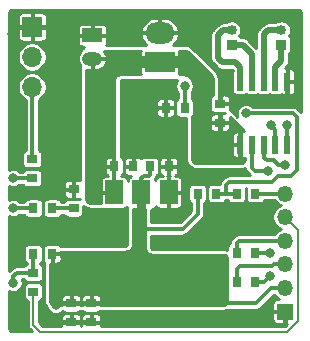
<source format=gtl>
G04 #@! TF.GenerationSoftware,KiCad,Pcbnew,(5.1.6)-1*
G04 #@! TF.CreationDate,2020-09-12T19:57:53+12:00*
G04 #@! TF.ProjectId,ESPAnt,45535041-6e74-42e6-9b69-6361645f7063,rev?*
G04 #@! TF.SameCoordinates,PX42c1d80PY8f0d180*
G04 #@! TF.FileFunction,Copper,L1,Top*
G04 #@! TF.FilePolarity,Positive*
%FSLAX46Y46*%
G04 Gerber Fmt 4.6, Leading zero omitted, Abs format (unit mm)*
G04 Created by KiCad (PCBNEW (5.1.6)-1) date 2020-09-12 19:57:53*
%MOMM*%
%LPD*%
G01*
G04 APERTURE LIST*
G04 #@! TA.AperFunction,SMDPad,CuDef*
%ADD10R,0.600000X1.500000*%
G04 #@! TD*
G04 #@! TA.AperFunction,ComponentPad*
%ADD11R,0.850000X0.850000*%
G04 #@! TD*
G04 #@! TA.AperFunction,ComponentPad*
%ADD12C,0.850000*%
G04 #@! TD*
G04 #@! TA.AperFunction,ComponentPad*
%ADD13R,1.350000X1.350000*%
G04 #@! TD*
G04 #@! TA.AperFunction,ComponentPad*
%ADD14O,1.350000X1.350000*%
G04 #@! TD*
G04 #@! TA.AperFunction,SMDPad,CuDef*
%ADD15R,0.900000X0.800000*%
G04 #@! TD*
G04 #@! TA.AperFunction,SMDPad,CuDef*
%ADD16R,0.800000X0.900000*%
G04 #@! TD*
G04 #@! TA.AperFunction,ComponentPad*
%ADD17R,1.700000X1.700000*%
G04 #@! TD*
G04 #@! TA.AperFunction,ComponentPad*
%ADD18O,1.700000X1.700000*%
G04 #@! TD*
G04 #@! TA.AperFunction,ComponentPad*
%ADD19R,1.700000X1.200000*%
G04 #@! TD*
G04 #@! TA.AperFunction,ComponentPad*
%ADD20O,1.700000X1.200000*%
G04 #@! TD*
G04 #@! TA.AperFunction,SMDPad,CuDef*
%ADD21R,3.800000X2.000000*%
G04 #@! TD*
G04 #@! TA.AperFunction,SMDPad,CuDef*
%ADD22R,1.500000X2.000000*%
G04 #@! TD*
G04 #@! TA.AperFunction,ComponentPad*
%ADD23O,2.500000X1.800000*%
G04 #@! TD*
G04 #@! TA.AperFunction,ComponentPad*
%ADD24R,2.500000X1.800000*%
G04 #@! TD*
G04 #@! TA.AperFunction,ViaPad*
%ADD25C,0.800000*%
G04 #@! TD*
G04 #@! TA.AperFunction,Conductor*
%ADD26C,0.350000*%
G04 #@! TD*
G04 #@! TA.AperFunction,Conductor*
%ADD27C,1.000000*%
G04 #@! TD*
G04 #@! TA.AperFunction,Conductor*
%ADD28C,0.750000*%
G04 #@! TD*
G04 #@! TA.AperFunction,Conductor*
%ADD29C,0.200000*%
G04 #@! TD*
G04 #@! TA.AperFunction,Conductor*
%ADD30C,0.500000*%
G04 #@! TD*
G04 #@! TA.AperFunction,Conductor*
%ADD31C,0.254000*%
G04 #@! TD*
G04 APERTURE END LIST*
D10*
X25700000Y28260000D03*
X25700000Y22940000D03*
X21700000Y28260000D03*
X22700000Y28260000D03*
X23700000Y28260000D03*
X24700000Y28260000D03*
X24700000Y22940000D03*
X23700000Y22940000D03*
X22700000Y22940000D03*
X21700000Y22940000D03*
D11*
X25200000Y31400000D03*
D12*
X25200000Y32650000D03*
D11*
X21000000Y31400000D03*
D12*
X21000000Y32650000D03*
D13*
X25500000Y8800000D03*
D14*
X25500000Y10800000D03*
X25500000Y12800000D03*
X25500000Y14800000D03*
X25500000Y16800000D03*
X25500000Y18800000D03*
D15*
X4100000Y20100000D03*
X4100000Y21700000D03*
D16*
X21400000Y11300000D03*
X23000000Y11300000D03*
X21400000Y13800000D03*
X23000000Y13800000D03*
D15*
X4200000Y10500000D03*
X4200000Y12100000D03*
D16*
X23000000Y18800000D03*
X21400000Y18800000D03*
X5800000Y13700000D03*
X4200000Y13700000D03*
X18100000Y18800000D03*
X19700000Y18800000D03*
X17000000Y26050000D03*
X15400000Y26050000D03*
X4200000Y17550000D03*
X5800000Y17550000D03*
D17*
X4100000Y32900000D03*
D18*
X4100000Y30360000D03*
X4100000Y27820000D03*
D15*
X7600000Y19150000D03*
X7600000Y17550000D03*
X20000000Y24800000D03*
X20000000Y26400000D03*
X7400000Y7900000D03*
X7400000Y9500000D03*
X9100000Y7900000D03*
X9100000Y9500000D03*
D16*
X14050000Y21100000D03*
X15650000Y21100000D03*
X11050000Y21100000D03*
X12650000Y21100000D03*
D19*
X9200000Y32200000D03*
D20*
X9200000Y30200000D03*
D21*
X13350000Y12600000D03*
D22*
X13350000Y18900000D03*
X11050000Y18900000D03*
X15650000Y18900000D03*
D23*
X14900000Y32400000D03*
D24*
X14900000Y29900000D03*
D25*
X14700000Y17000000D03*
X14700000Y14700000D03*
X11200000Y14700000D03*
X11200000Y17000000D03*
X6100000Y8050000D03*
X24100000Y7900000D03*
X2450000Y7450000D03*
X2400000Y32300000D03*
X2500000Y25700000D03*
X26400000Y26700000D03*
X26400000Y29900000D03*
X26400000Y33700000D03*
X22700000Y33800000D03*
X18000000Y33800000D03*
X11800000Y33900000D03*
X6600000Y33900000D03*
X24300000Y15800000D03*
X24300000Y17900000D03*
X12000000Y28000000D03*
X14500000Y28000000D03*
X6100000Y26100000D03*
X7500000Y28000000D03*
X20500000Y28300000D03*
X18600000Y31200000D03*
X11800000Y32200000D03*
X12700000Y29900000D03*
X10950000Y30250000D03*
X6100000Y9350000D03*
X2500000Y17550000D03*
X2500000Y20100000D03*
X17000000Y27900000D03*
X24100000Y20700000D03*
X25500000Y21200000D03*
X24300000Y24600000D03*
X25700000Y24600000D03*
X22200000Y25600000D03*
X2500000Y11200000D03*
X24200000Y13800000D03*
X24200000Y11800000D03*
D26*
X20000000Y26400000D02*
X25300000Y26400000D01*
X25700000Y26800000D02*
X25700000Y28260000D01*
X25300000Y26400000D02*
X25700000Y26800000D01*
X6250000Y7900000D02*
X6100000Y8050000D01*
X7400000Y7900000D02*
X6250000Y7900000D01*
X7400000Y7900000D02*
X9100000Y7900000D01*
X15400000Y26050000D02*
X15400000Y22600000D01*
X15650000Y22350000D02*
X15650000Y21100000D01*
X15400000Y22600000D02*
X15650000Y22350000D01*
X25700000Y26800000D02*
X25700000Y26800000D01*
X20000000Y24800000D02*
X21200000Y24800000D01*
X21700000Y24300000D02*
X21700000Y22940000D01*
X21200000Y24800000D02*
X21700000Y24300000D01*
X11050000Y18900000D02*
X11050000Y21100000D01*
X18750000Y24800000D02*
X20000000Y24800000D01*
X18250000Y25300000D02*
X18750000Y24800000D01*
X18250000Y29200000D02*
X18250000Y25300000D01*
D27*
X14900000Y29900000D02*
X17550000Y29900000D01*
D26*
X17550000Y29900000D02*
X18250000Y29200000D01*
D27*
X11650000Y29900000D02*
X14900000Y29900000D01*
D26*
X11050000Y21100000D02*
X11050000Y29300000D01*
X11050000Y29300000D02*
X11650000Y29900000D01*
X6250000Y9500000D02*
X6100000Y9350000D01*
X7400000Y9500000D02*
X6250000Y9500000D01*
X7400000Y9500000D02*
X9100000Y9500000D01*
X13350000Y18900000D02*
X13350000Y20100000D01*
X13350000Y20100000D02*
X13550000Y20300000D01*
X13550000Y20300000D02*
X13950000Y20300000D01*
X14050000Y20400000D02*
X14050000Y21100000D01*
X13950000Y20300000D02*
X14050000Y20400000D01*
X5800000Y13700000D02*
X7650000Y13700000D01*
X8750000Y12600000D02*
X13350000Y12600000D01*
X7650000Y13700000D02*
X8750000Y12600000D01*
D28*
X13350000Y18900000D02*
X13350000Y15800000D01*
D26*
X13350000Y15800000D02*
X13350000Y12600000D01*
X16850000Y15800000D02*
X13350000Y15800000D01*
X18100000Y18800000D02*
X18100000Y17050000D01*
X18100000Y17050000D02*
X16850000Y15800000D01*
X13350000Y9500000D02*
X13350000Y12600000D01*
X9100000Y9500000D02*
X13350000Y9500000D01*
X24350000Y10800000D02*
X25500000Y10800000D01*
X13350000Y9500000D02*
X23050000Y9500000D01*
X23050000Y9500000D02*
X24350000Y10800000D01*
X5800000Y17550000D02*
X7600000Y17550000D01*
X23000000Y18800000D02*
X25500000Y18800000D01*
D29*
X4200000Y7700000D02*
X4200000Y10500000D01*
X25500000Y16800000D02*
X26600000Y15700000D01*
X26600000Y8009998D02*
X25690002Y7100000D01*
X26600000Y15700000D02*
X26600000Y8009998D01*
X25690002Y7100000D02*
X4800000Y7100000D01*
X4800000Y7100000D02*
X4200000Y7700000D01*
D26*
X21400000Y14600000D02*
X21400000Y13800000D01*
X25500000Y14800000D02*
X21600000Y14800000D01*
X21600000Y14800000D02*
X21400000Y14600000D01*
X24545406Y12800000D02*
X24445406Y12700000D01*
X25500000Y12800000D02*
X24545406Y12800000D01*
X24445406Y12700000D02*
X21700000Y12700000D01*
X21400000Y12400000D02*
X21400000Y11300000D01*
X21700000Y12700000D02*
X21400000Y12400000D01*
X4200000Y17550000D02*
X2500000Y17550000D01*
X2500000Y20100000D02*
X4100000Y20100000D01*
X17000000Y27900000D02*
X17000000Y26050000D01*
X24100000Y20700000D02*
X23000000Y20700000D01*
X22700000Y21000000D02*
X22700000Y22940000D01*
X23000000Y20700000D02*
X22700000Y21000000D01*
X23700000Y21840000D02*
X23700000Y22940000D01*
X23940000Y21600000D02*
X23700000Y21840000D01*
X24934315Y21200000D02*
X24534315Y21600000D01*
X24534315Y21600000D02*
X23940000Y21600000D01*
X25500000Y21200000D02*
X24934315Y21200000D01*
X24700000Y24200000D02*
X24300000Y24600000D01*
X24700000Y22940000D02*
X24700000Y24200000D01*
X25700000Y22940000D02*
X25700000Y24600000D01*
X24900000Y20300000D02*
X24400000Y19800000D01*
X26200000Y25600000D02*
X26500000Y25300000D01*
X22200000Y25600000D02*
X26200000Y25600000D01*
X26500000Y25300000D02*
X26500000Y20800000D01*
X26500000Y20800000D02*
X26000000Y20300000D01*
X26000000Y20300000D02*
X24900000Y20300000D01*
X24400000Y19800000D02*
X20800000Y19800000D01*
X20500000Y19500000D02*
X20500000Y18800000D01*
X20800000Y19800000D02*
X20500000Y19500000D01*
X19700000Y18800000D02*
X20500000Y18800000D01*
X20500000Y18800000D02*
X21400000Y18800000D01*
X2800000Y12100000D02*
X4200000Y12100000D01*
X2500000Y11200000D02*
X2500000Y11800000D01*
X2500000Y11800000D02*
X2800000Y12100000D01*
X4200000Y12100000D02*
X4200000Y13700000D01*
X24200000Y13800000D02*
X23000000Y13800000D01*
X23700000Y11300000D02*
X24200000Y11800000D01*
X23000000Y11300000D02*
X23700000Y11300000D01*
X4100000Y21700000D02*
X4100000Y27820000D01*
D30*
X21925000Y31400000D02*
X21000000Y31400000D01*
X22700000Y30625000D02*
X21925000Y31400000D01*
X22700000Y28260000D02*
X22700000Y30625000D01*
X20250000Y32650000D02*
X21000000Y32650000D01*
X19800000Y32200000D02*
X20250000Y32650000D01*
X21700000Y29510000D02*
X21310000Y29900000D01*
X21700000Y28260000D02*
X21700000Y29510000D01*
X21310000Y29900000D02*
X20200000Y29900000D01*
X20200000Y29900000D02*
X19800000Y30300000D01*
X19800000Y30300000D02*
X19800000Y32200000D01*
X25200000Y30010000D02*
X25200000Y31400000D01*
X24700000Y28260000D02*
X24700000Y29510000D01*
X24700000Y29510000D02*
X25200000Y30010000D01*
X23700000Y28260000D02*
X23700000Y32300000D01*
X24050000Y32650000D02*
X25200000Y32650000D01*
X23700000Y32300000D02*
X24050000Y32650000D01*
D31*
G36*
X26596257Y34359231D02*
G01*
X26685955Y34322077D01*
X26762976Y34262976D01*
X26822077Y34185955D01*
X26859231Y34096257D01*
X26873000Y33991672D01*
X26873000Y25713301D01*
X26612469Y25973832D01*
X26595053Y25995053D01*
X26510392Y26064534D01*
X26413801Y26116162D01*
X26308995Y26147955D01*
X26227312Y26156000D01*
X26227304Y26156000D01*
X26200000Y26158689D01*
X26172696Y26156000D01*
X22748501Y26156000D01*
X22697859Y26206642D01*
X22569942Y26292113D01*
X22427809Y26350987D01*
X22276922Y26381000D01*
X22123078Y26381000D01*
X21972191Y26350987D01*
X21830058Y26292113D01*
X21702141Y26206642D01*
X21593358Y26097859D01*
X21507887Y25969942D01*
X21449013Y25827809D01*
X21419000Y25676922D01*
X21419000Y25523078D01*
X21449013Y25372191D01*
X21471915Y25316901D01*
X20915855Y25872961D01*
X20878386Y25905820D01*
X20827419Y25944928D01*
X20832843Y26000000D01*
X20831000Y26256750D01*
X20735750Y26352000D01*
X20048000Y26352000D01*
X20048000Y26332000D01*
X19952000Y26332000D01*
X19952000Y26352000D01*
X19932000Y26352000D01*
X19932000Y26448000D01*
X19952000Y26448000D01*
X19952000Y27085750D01*
X20048000Y27085750D01*
X20048000Y26448000D01*
X20735750Y26448000D01*
X20831000Y26543250D01*
X20832843Y26800000D01*
X20825487Y26874689D01*
X20803701Y26946508D01*
X20768322Y27012696D01*
X20720711Y27070711D01*
X20662696Y27118322D01*
X20596508Y27153701D01*
X20524689Y27175487D01*
X20450000Y27182843D01*
X20143250Y27181000D01*
X20048000Y27085750D01*
X19952000Y27085750D01*
X19881000Y27156750D01*
X19881000Y28542893D01*
X19877741Y28592623D01*
X19860704Y28722033D01*
X19834961Y28818105D01*
X19785011Y28938695D01*
X19735280Y29024832D01*
X19655820Y29128386D01*
X19622961Y29165855D01*
X17665855Y31122961D01*
X17628386Y31155820D01*
X17524832Y31235280D01*
X17438695Y31285011D01*
X17318105Y31334961D01*
X17222033Y31360704D01*
X17092623Y31377741D01*
X17042893Y31381000D01*
X16023558Y31381000D01*
X16189744Y31528137D01*
X16341779Y31728225D01*
X16451858Y31954128D01*
X16506831Y32152339D01*
X16489632Y32200000D01*
X19165948Y32200000D01*
X19169001Y32169000D01*
X19169000Y30330991D01*
X19165948Y30300000D01*
X19169000Y30269010D01*
X19169000Y30269003D01*
X19178130Y30176303D01*
X19214211Y30057359D01*
X19272804Y29947740D01*
X19351657Y29851657D01*
X19375738Y29831894D01*
X19731890Y29475742D01*
X19751657Y29451657D01*
X19847739Y29372804D01*
X19957358Y29314211D01*
X20076302Y29278130D01*
X20169002Y29269000D01*
X20169011Y29269000D01*
X20199999Y29265948D01*
X20230987Y29269000D01*
X21048632Y29269000D01*
X21069001Y29248631D01*
X21069001Y29198979D01*
X21046299Y29156508D01*
X21024513Y29084689D01*
X21017157Y29010000D01*
X21017157Y27510000D01*
X21024513Y27435311D01*
X21046299Y27363492D01*
X21081678Y27297304D01*
X21129289Y27239289D01*
X21187304Y27191678D01*
X21253492Y27156299D01*
X21325311Y27134513D01*
X21400000Y27127157D01*
X22000000Y27127157D01*
X22074689Y27134513D01*
X22146508Y27156299D01*
X22200000Y27184892D01*
X22253492Y27156299D01*
X22325311Y27134513D01*
X22400000Y27127157D01*
X23000000Y27127157D01*
X23074689Y27134513D01*
X23146508Y27156299D01*
X23200000Y27184892D01*
X23253492Y27156299D01*
X23325311Y27134513D01*
X23400000Y27127157D01*
X24000000Y27127157D01*
X24074689Y27134513D01*
X24146508Y27156299D01*
X24200000Y27184892D01*
X24253492Y27156299D01*
X24325311Y27134513D01*
X24400000Y27127157D01*
X25000000Y27127157D01*
X25074689Y27134513D01*
X25146508Y27156299D01*
X25200000Y27184892D01*
X25253492Y27156299D01*
X25325311Y27134513D01*
X25400000Y27127157D01*
X25556750Y27129000D01*
X25652000Y27224250D01*
X25652000Y28212000D01*
X25748000Y28212000D01*
X25748000Y27224250D01*
X25843250Y27129000D01*
X26000000Y27127157D01*
X26074689Y27134513D01*
X26146508Y27156299D01*
X26212696Y27191678D01*
X26270711Y27239289D01*
X26318322Y27297304D01*
X26353701Y27363492D01*
X26375487Y27435311D01*
X26382843Y27510000D01*
X26381000Y28116750D01*
X26285750Y28212000D01*
X25748000Y28212000D01*
X25652000Y28212000D01*
X25632000Y28212000D01*
X25632000Y28308000D01*
X25652000Y28308000D01*
X25652000Y29295750D01*
X25748000Y29295750D01*
X25748000Y28308000D01*
X26285750Y28308000D01*
X26381000Y28403250D01*
X26382843Y29010000D01*
X26375487Y29084689D01*
X26353701Y29156508D01*
X26318322Y29222696D01*
X26270711Y29280711D01*
X26212696Y29328322D01*
X26146508Y29363701D01*
X26074689Y29385487D01*
X26000000Y29392843D01*
X25843250Y29391000D01*
X25748000Y29295750D01*
X25652000Y29295750D01*
X25556750Y29391000D01*
X25474338Y29391969D01*
X25624269Y29541900D01*
X25648343Y29561657D01*
X25727196Y29657739D01*
X25785789Y29767358D01*
X25821870Y29886302D01*
X25831000Y29979002D01*
X25831000Y29979009D01*
X25834052Y30010000D01*
X25831000Y30040990D01*
X25831000Y30653099D01*
X25837696Y30656678D01*
X25895711Y30704289D01*
X25943322Y30762304D01*
X25978701Y30828492D01*
X26000487Y30900311D01*
X26007843Y30975000D01*
X26007843Y31825000D01*
X26000487Y31899689D01*
X25978701Y31971508D01*
X25943322Y32037696D01*
X25895711Y32095711D01*
X25837696Y32143322D01*
X25832627Y32146032D01*
X25914268Y32268216D01*
X25975026Y32414898D01*
X26006000Y32570616D01*
X26006000Y32729384D01*
X25975026Y32885102D01*
X25914268Y33031784D01*
X25826061Y33163795D01*
X25713795Y33276061D01*
X25581784Y33364268D01*
X25435102Y33425026D01*
X25279384Y33456000D01*
X25120616Y33456000D01*
X24964898Y33425026D01*
X24818216Y33364268D01*
X24693597Y33281000D01*
X24080990Y33281000D01*
X24050000Y33284052D01*
X24019009Y33281000D01*
X24019002Y33281000D01*
X23926302Y33271870D01*
X23807358Y33235789D01*
X23697739Y33177196D01*
X23601657Y33098343D01*
X23581895Y33074263D01*
X23275733Y32768101D01*
X23251658Y32748343D01*
X23231900Y32724268D01*
X23231897Y32724265D01*
X23172804Y32652260D01*
X23114211Y32542641D01*
X23078130Y32423697D01*
X23065948Y32300000D01*
X23069001Y32269000D01*
X23069001Y31148368D01*
X22393105Y31824263D01*
X22373343Y31848343D01*
X22277261Y31927196D01*
X22167642Y31985789D01*
X22048698Y32021870D01*
X21955998Y32031000D01*
X21955990Y32031000D01*
X21925000Y32034052D01*
X21894010Y32031000D01*
X21746901Y32031000D01*
X21743322Y32037696D01*
X21695711Y32095711D01*
X21637696Y32143322D01*
X21632627Y32146032D01*
X21714268Y32268216D01*
X21775026Y32414898D01*
X21806000Y32570616D01*
X21806000Y32729384D01*
X21775026Y32885102D01*
X21714268Y33031784D01*
X21626061Y33163795D01*
X21513795Y33276061D01*
X21381784Y33364268D01*
X21235102Y33425026D01*
X21079384Y33456000D01*
X20920616Y33456000D01*
X20764898Y33425026D01*
X20618216Y33364268D01*
X20493597Y33281000D01*
X20280987Y33281000D01*
X20249999Y33284052D01*
X20219011Y33281000D01*
X20219002Y33281000D01*
X20126302Y33271870D01*
X20007358Y33235789D01*
X19897739Y33177196D01*
X19801657Y33098343D01*
X19781899Y33074268D01*
X19375732Y32668100D01*
X19351658Y32648343D01*
X19331900Y32624268D01*
X19331897Y32624265D01*
X19272804Y32552260D01*
X19214211Y32442641D01*
X19178130Y32323697D01*
X19165948Y32200000D01*
X16489632Y32200000D01*
X16434778Y32352000D01*
X14948000Y32352000D01*
X14948000Y32332000D01*
X14852000Y32332000D01*
X14852000Y32352000D01*
X13365222Y32352000D01*
X13293169Y32152339D01*
X13348142Y31954128D01*
X13458221Y31728225D01*
X13610256Y31528137D01*
X13776442Y31381000D01*
X10363149Y31381000D01*
X10368322Y31387304D01*
X10403701Y31453492D01*
X10425487Y31525311D01*
X10432843Y31600000D01*
X10431000Y32056750D01*
X10335750Y32152000D01*
X9248000Y32152000D01*
X9248000Y32132000D01*
X9152000Y32132000D01*
X9152000Y32152000D01*
X8064250Y32152000D01*
X7969000Y32056750D01*
X7967157Y31600000D01*
X7974513Y31525311D01*
X7996299Y31453492D01*
X8031678Y31387304D01*
X8079289Y31329289D01*
X8137304Y31281678D01*
X8203492Y31246299D01*
X8275311Y31224513D01*
X8350000Y31217157D01*
X8494936Y31217535D01*
X8414507Y31155819D01*
X8344181Y31085493D01*
X8264721Y30981940D01*
X8214989Y30895802D01*
X8177307Y30804829D01*
X8130382Y30747651D01*
X8039289Y30577229D01*
X7983195Y30392310D01*
X7964254Y30200000D01*
X7983195Y30007690D01*
X8039289Y29822771D01*
X8119000Y29673643D01*
X8119000Y19926047D01*
X8050000Y19932843D01*
X7743250Y19931000D01*
X7648000Y19835750D01*
X7648000Y19198000D01*
X7668000Y19198000D01*
X7668000Y19102000D01*
X7648000Y19102000D01*
X7648000Y18464250D01*
X7743250Y18369000D01*
X8050000Y18367157D01*
X8120696Y18374120D01*
X8122259Y18350270D01*
X8125556Y18325224D01*
X8124689Y18325487D01*
X8050000Y18332843D01*
X7150000Y18332843D01*
X7075311Y18325487D01*
X7003492Y18303701D01*
X6937304Y18268322D01*
X6879289Y18220711D01*
X6831678Y18162696D01*
X6801373Y18106000D01*
X6565989Y18106000D01*
X6553701Y18146508D01*
X6518322Y18212696D01*
X6470711Y18270711D01*
X6412696Y18318322D01*
X6346508Y18353701D01*
X6274689Y18375487D01*
X6200000Y18382843D01*
X5400000Y18382843D01*
X5325311Y18375487D01*
X5253492Y18353701D01*
X5187304Y18318322D01*
X5129289Y18270711D01*
X5081678Y18212696D01*
X5046299Y18146508D01*
X5024513Y18074689D01*
X5017157Y18000000D01*
X5017157Y17100000D01*
X5024513Y17025311D01*
X5046299Y16953492D01*
X5081678Y16887304D01*
X5129289Y16829289D01*
X5187304Y16781678D01*
X5253492Y16746299D01*
X5325311Y16724513D01*
X5400000Y16717157D01*
X6200000Y16717157D01*
X6274689Y16724513D01*
X6346508Y16746299D01*
X6412696Y16781678D01*
X6470711Y16829289D01*
X6518322Y16887304D01*
X6553701Y16953492D01*
X6565989Y16994000D01*
X6801373Y16994000D01*
X6831678Y16937304D01*
X6879289Y16879289D01*
X6937304Y16831678D01*
X7003492Y16796299D01*
X7075311Y16774513D01*
X7150000Y16767157D01*
X8050000Y16767157D01*
X8124689Y16774513D01*
X8196508Y16796299D01*
X8262696Y16831678D01*
X8320711Y16879289D01*
X8368322Y16937304D01*
X8403701Y17003492D01*
X8425487Y17075311D01*
X8432843Y17150000D01*
X8432843Y17730111D01*
X8518060Y17664721D01*
X8604198Y17614989D01*
X8724788Y17565039D01*
X8820860Y17539296D01*
X8950270Y17522259D01*
X9000000Y17519000D01*
X10281287Y17519000D01*
X10300000Y17517157D01*
X11800000Y17517157D01*
X11874689Y17524513D01*
X11946508Y17546299D01*
X12012696Y17581678D01*
X12070711Y17629289D01*
X12118322Y17687304D01*
X12119000Y17688572D01*
X12119000Y14524975D01*
X12111769Y14470048D01*
X12100211Y14442145D01*
X12081821Y14418179D01*
X12057855Y14399789D01*
X12029952Y14388231D01*
X11975025Y14381000D01*
X6503301Y14381000D01*
X6470711Y14420711D01*
X6412696Y14468322D01*
X6346508Y14503701D01*
X6274689Y14525487D01*
X6200000Y14532843D01*
X5400000Y14532843D01*
X5325311Y14525487D01*
X5253492Y14503701D01*
X5187304Y14468322D01*
X5129289Y14420711D01*
X5081678Y14362696D01*
X5046299Y14296508D01*
X5024513Y14224689D01*
X5017157Y14150000D01*
X5017157Y13250000D01*
X5024513Y13175311D01*
X5046299Y13103492D01*
X5081678Y13037304D01*
X5119000Y12991826D01*
X5119000Y9750000D01*
X5122259Y9700270D01*
X5139296Y9570860D01*
X5165039Y9474788D01*
X5214989Y9354198D01*
X5264721Y9268060D01*
X5339341Y9170814D01*
X5349013Y9122191D01*
X5407887Y8980058D01*
X5493358Y8852141D01*
X5602141Y8743358D01*
X5730058Y8657887D01*
X5872191Y8599013D01*
X6023078Y8569000D01*
X6176922Y8569000D01*
X6327809Y8599013D01*
X6469942Y8657887D01*
X6597859Y8743358D01*
X6681761Y8827260D01*
X6737304Y8781678D01*
X6803492Y8746299D01*
X6875311Y8724513D01*
X6950000Y8717157D01*
X7850000Y8717157D01*
X7924689Y8724513D01*
X7996508Y8746299D01*
X8062696Y8781678D01*
X8120711Y8829289D01*
X8153301Y8869000D01*
X8346699Y8869000D01*
X8379289Y8829289D01*
X8437304Y8781678D01*
X8503492Y8746299D01*
X8575311Y8724513D01*
X8650000Y8717157D01*
X9550000Y8717157D01*
X9624689Y8724513D01*
X9696508Y8746299D01*
X9762696Y8781678D01*
X9820711Y8829289D01*
X9853301Y8869000D01*
X20250000Y8869000D01*
X20299730Y8872259D01*
X20429140Y8889296D01*
X20525212Y8915039D01*
X20595130Y8944000D01*
X23022696Y8944000D01*
X23050000Y8941311D01*
X23077304Y8944000D01*
X23077312Y8944000D01*
X23158995Y8952045D01*
X23263801Y8983838D01*
X23360392Y9035466D01*
X23445053Y9104947D01*
X23462469Y9126168D01*
X24580303Y10244000D01*
X24601467Y10244000D01*
X24679751Y10126839D01*
X24826839Y9979751D01*
X24999796Y9864185D01*
X25016711Y9857179D01*
X24825000Y9857843D01*
X24750311Y9850487D01*
X24678492Y9828701D01*
X24612304Y9793322D01*
X24554289Y9745711D01*
X24506678Y9687696D01*
X24471299Y9621508D01*
X24449513Y9549689D01*
X24442157Y9475000D01*
X24444000Y8943250D01*
X24539250Y8848000D01*
X25452000Y8848000D01*
X25452000Y8868000D01*
X25548000Y8868000D01*
X25548000Y8848000D01*
X25568000Y8848000D01*
X25568000Y8752000D01*
X25548000Y8752000D01*
X25548000Y7839250D01*
X25643250Y7744000D01*
X25653730Y7743964D01*
X25490766Y7581000D01*
X9932262Y7581000D01*
X9931000Y7756750D01*
X9835750Y7852000D01*
X9148000Y7852000D01*
X9148000Y7832000D01*
X9052000Y7832000D01*
X9052000Y7852000D01*
X8364250Y7852000D01*
X8269000Y7756750D01*
X8267738Y7581000D01*
X8232262Y7581000D01*
X8231000Y7756750D01*
X8135750Y7852000D01*
X7448000Y7852000D01*
X7448000Y7832000D01*
X7352000Y7832000D01*
X7352000Y7852000D01*
X6664250Y7852000D01*
X6569000Y7756750D01*
X6567738Y7581000D01*
X4999237Y7581000D01*
X4681000Y7899236D01*
X4681000Y8300000D01*
X6567157Y8300000D01*
X6569000Y8043250D01*
X6664250Y7948000D01*
X7352000Y7948000D01*
X7352000Y8585750D01*
X7448000Y8585750D01*
X7448000Y7948000D01*
X8135750Y7948000D01*
X8231000Y8043250D01*
X8232843Y8300000D01*
X8267157Y8300000D01*
X8269000Y8043250D01*
X8364250Y7948000D01*
X9052000Y7948000D01*
X9052000Y8585750D01*
X9148000Y8585750D01*
X9148000Y7948000D01*
X9835750Y7948000D01*
X9931000Y8043250D01*
X9931586Y8125000D01*
X24442157Y8125000D01*
X24449513Y8050311D01*
X24471299Y7978492D01*
X24506678Y7912304D01*
X24554289Y7854289D01*
X24612304Y7806678D01*
X24678492Y7771299D01*
X24750311Y7749513D01*
X24825000Y7742157D01*
X25356750Y7744000D01*
X25452000Y7839250D01*
X25452000Y8752000D01*
X24539250Y8752000D01*
X24444000Y8656750D01*
X24442157Y8125000D01*
X9931586Y8125000D01*
X9932843Y8300000D01*
X9925487Y8374689D01*
X9903701Y8446508D01*
X9868322Y8512696D01*
X9820711Y8570711D01*
X9762696Y8618322D01*
X9696508Y8653701D01*
X9624689Y8675487D01*
X9550000Y8682843D01*
X9243250Y8681000D01*
X9148000Y8585750D01*
X9052000Y8585750D01*
X8956750Y8681000D01*
X8650000Y8682843D01*
X8575311Y8675487D01*
X8503492Y8653701D01*
X8437304Y8618322D01*
X8379289Y8570711D01*
X8331678Y8512696D01*
X8296299Y8446508D01*
X8274513Y8374689D01*
X8267157Y8300000D01*
X8232843Y8300000D01*
X8225487Y8374689D01*
X8203701Y8446508D01*
X8168322Y8512696D01*
X8120711Y8570711D01*
X8062696Y8618322D01*
X7996508Y8653701D01*
X7924689Y8675487D01*
X7850000Y8682843D01*
X7543250Y8681000D01*
X7448000Y8585750D01*
X7352000Y8585750D01*
X7256750Y8681000D01*
X6950000Y8682843D01*
X6875311Y8675487D01*
X6803492Y8653701D01*
X6737304Y8618322D01*
X6679289Y8570711D01*
X6631678Y8512696D01*
X6596299Y8446508D01*
X6574513Y8374689D01*
X6567157Y8300000D01*
X4681000Y8300000D01*
X4681000Y9720210D01*
X4724689Y9724513D01*
X4796508Y9746299D01*
X4862696Y9781678D01*
X4920711Y9829289D01*
X4968322Y9887304D01*
X5003701Y9953492D01*
X5025487Y10025311D01*
X5032843Y10100000D01*
X5032843Y10900000D01*
X5025487Y10974689D01*
X5003701Y11046508D01*
X4968322Y11112696D01*
X4920711Y11170711D01*
X4862696Y11218322D01*
X4796508Y11253701D01*
X4724689Y11275487D01*
X4650000Y11282843D01*
X3750000Y11282843D01*
X3675311Y11275487D01*
X3603492Y11253701D01*
X3537304Y11218322D01*
X3479289Y11170711D01*
X3431678Y11112696D01*
X3396299Y11046508D01*
X3374513Y10974689D01*
X3367157Y10900000D01*
X3367157Y10100000D01*
X3374513Y10025311D01*
X3396299Y9953492D01*
X3431678Y9887304D01*
X3479289Y9829289D01*
X3537304Y9781678D01*
X3603492Y9746299D01*
X3675311Y9724513D01*
X3719001Y9720210D01*
X3719000Y7723626D01*
X3716673Y7700000D01*
X3719000Y7676375D01*
X3725960Y7605709D01*
X3753464Y7515040D01*
X3798128Y7431478D01*
X3858236Y7358236D01*
X3876594Y7343170D01*
X4092764Y7127000D01*
X2508328Y7127000D01*
X2403743Y7140769D01*
X2314045Y7177923D01*
X2237024Y7237024D01*
X2177923Y7314045D01*
X2140769Y7403743D01*
X2127000Y7508328D01*
X2127000Y10509930D01*
X2130058Y10507887D01*
X2272191Y10449013D01*
X2423078Y10419000D01*
X2576922Y10419000D01*
X2727809Y10449013D01*
X2869942Y10507887D01*
X2997859Y10593358D01*
X3106642Y10702141D01*
X3192113Y10830058D01*
X3250987Y10972191D01*
X3281000Y11123078D01*
X3281000Y11276922D01*
X3250987Y11427809D01*
X3202859Y11544000D01*
X3401373Y11544000D01*
X3431678Y11487304D01*
X3479289Y11429289D01*
X3537304Y11381678D01*
X3603492Y11346299D01*
X3675311Y11324513D01*
X3750000Y11317157D01*
X4650000Y11317157D01*
X4724689Y11324513D01*
X4796508Y11346299D01*
X4862696Y11381678D01*
X4920711Y11429289D01*
X4968322Y11487304D01*
X5003701Y11553492D01*
X5025487Y11625311D01*
X5032843Y11700000D01*
X5032843Y12500000D01*
X5025487Y12574689D01*
X5003701Y12646508D01*
X4968322Y12712696D01*
X4920711Y12770711D01*
X4862696Y12818322D01*
X4796508Y12853701D01*
X4756000Y12865989D01*
X4756000Y12901373D01*
X4812696Y12931678D01*
X4870711Y12979289D01*
X4918322Y13037304D01*
X4953701Y13103492D01*
X4975487Y13175311D01*
X4982843Y13250000D01*
X4982843Y14150000D01*
X4975487Y14224689D01*
X4953701Y14296508D01*
X4918322Y14362696D01*
X4870711Y14420711D01*
X4812696Y14468322D01*
X4746508Y14503701D01*
X4674689Y14525487D01*
X4600000Y14532843D01*
X3800000Y14532843D01*
X3725311Y14525487D01*
X3653492Y14503701D01*
X3587304Y14468322D01*
X3529289Y14420711D01*
X3481678Y14362696D01*
X3446299Y14296508D01*
X3424513Y14224689D01*
X3417157Y14150000D01*
X3417157Y13250000D01*
X3424513Y13175311D01*
X3446299Y13103492D01*
X3481678Y13037304D01*
X3529289Y12979289D01*
X3587304Y12931678D01*
X3644001Y12901372D01*
X3644000Y12865989D01*
X3603492Y12853701D01*
X3537304Y12818322D01*
X3479289Y12770711D01*
X3431678Y12712696D01*
X3401373Y12656000D01*
X2827304Y12656000D01*
X2799999Y12658689D01*
X2772695Y12656000D01*
X2772688Y12656000D01*
X2691005Y12647955D01*
X2586199Y12616162D01*
X2489608Y12564534D01*
X2404947Y12495053D01*
X2387531Y12473832D01*
X2127000Y12213301D01*
X2127000Y16859930D01*
X2130058Y16857887D01*
X2272191Y16799013D01*
X2423078Y16769000D01*
X2576922Y16769000D01*
X2727809Y16799013D01*
X2869942Y16857887D01*
X2997859Y16943358D01*
X3048501Y16994000D01*
X3434011Y16994000D01*
X3446299Y16953492D01*
X3481678Y16887304D01*
X3529289Y16829289D01*
X3587304Y16781678D01*
X3653492Y16746299D01*
X3725311Y16724513D01*
X3800000Y16717157D01*
X4600000Y16717157D01*
X4674689Y16724513D01*
X4746508Y16746299D01*
X4812696Y16781678D01*
X4870711Y16829289D01*
X4918322Y16887304D01*
X4953701Y16953492D01*
X4975487Y17025311D01*
X4982843Y17100000D01*
X4982843Y18000000D01*
X4975487Y18074689D01*
X4953701Y18146508D01*
X4918322Y18212696D01*
X4870711Y18270711D01*
X4812696Y18318322D01*
X4746508Y18353701D01*
X4674689Y18375487D01*
X4600000Y18382843D01*
X3800000Y18382843D01*
X3725311Y18375487D01*
X3653492Y18353701D01*
X3587304Y18318322D01*
X3529289Y18270711D01*
X3481678Y18212696D01*
X3446299Y18146508D01*
X3434011Y18106000D01*
X3048501Y18106000D01*
X2997859Y18156642D01*
X2869942Y18242113D01*
X2727809Y18300987D01*
X2576922Y18331000D01*
X2423078Y18331000D01*
X2272191Y18300987D01*
X2130058Y18242113D01*
X2127000Y18240070D01*
X2127000Y18750000D01*
X6767157Y18750000D01*
X6774513Y18675311D01*
X6796299Y18603492D01*
X6831678Y18537304D01*
X6879289Y18479289D01*
X6937304Y18431678D01*
X7003492Y18396299D01*
X7075311Y18374513D01*
X7150000Y18367157D01*
X7456750Y18369000D01*
X7552000Y18464250D01*
X7552000Y19102000D01*
X6864250Y19102000D01*
X6769000Y19006750D01*
X6767157Y18750000D01*
X2127000Y18750000D01*
X2127000Y19409930D01*
X2130058Y19407887D01*
X2272191Y19349013D01*
X2423078Y19319000D01*
X2576922Y19319000D01*
X2727809Y19349013D01*
X2869942Y19407887D01*
X2997859Y19493358D01*
X3048501Y19544000D01*
X3301373Y19544000D01*
X3331678Y19487304D01*
X3379289Y19429289D01*
X3437304Y19381678D01*
X3503492Y19346299D01*
X3575311Y19324513D01*
X3650000Y19317157D01*
X4550000Y19317157D01*
X4624689Y19324513D01*
X4696508Y19346299D01*
X4762696Y19381678D01*
X4820711Y19429289D01*
X4868322Y19487304D01*
X4901834Y19550000D01*
X6767157Y19550000D01*
X6769000Y19293250D01*
X6864250Y19198000D01*
X7552000Y19198000D01*
X7552000Y19835750D01*
X7456750Y19931000D01*
X7150000Y19932843D01*
X7075311Y19925487D01*
X7003492Y19903701D01*
X6937304Y19868322D01*
X6879289Y19820711D01*
X6831678Y19762696D01*
X6796299Y19696508D01*
X6774513Y19624689D01*
X6767157Y19550000D01*
X4901834Y19550000D01*
X4903701Y19553492D01*
X4925487Y19625311D01*
X4932843Y19700000D01*
X4932843Y20500000D01*
X4925487Y20574689D01*
X4903701Y20646508D01*
X4868322Y20712696D01*
X4820711Y20770711D01*
X4762696Y20818322D01*
X4696508Y20853701D01*
X4624689Y20875487D01*
X4550000Y20882843D01*
X3650000Y20882843D01*
X3575311Y20875487D01*
X3503492Y20853701D01*
X3437304Y20818322D01*
X3379289Y20770711D01*
X3331678Y20712696D01*
X3301373Y20656000D01*
X3048501Y20656000D01*
X2997859Y20706642D01*
X2869942Y20792113D01*
X2727809Y20850987D01*
X2576922Y20881000D01*
X2423078Y20881000D01*
X2272191Y20850987D01*
X2130058Y20792113D01*
X2127000Y20790070D01*
X2127000Y27941243D01*
X2869000Y27941243D01*
X2869000Y27698757D01*
X2916307Y27460931D01*
X3009102Y27236903D01*
X3143820Y27035283D01*
X3315283Y26863820D01*
X3516903Y26729102D01*
X3544001Y26717878D01*
X3544000Y22465989D01*
X3503492Y22453701D01*
X3437304Y22418322D01*
X3379289Y22370711D01*
X3331678Y22312696D01*
X3296299Y22246508D01*
X3274513Y22174689D01*
X3267157Y22100000D01*
X3267157Y21300000D01*
X3274513Y21225311D01*
X3296299Y21153492D01*
X3331678Y21087304D01*
X3379289Y21029289D01*
X3437304Y20981678D01*
X3503492Y20946299D01*
X3575311Y20924513D01*
X3650000Y20917157D01*
X4550000Y20917157D01*
X4624689Y20924513D01*
X4696508Y20946299D01*
X4762696Y20981678D01*
X4820711Y21029289D01*
X4868322Y21087304D01*
X4903701Y21153492D01*
X4925487Y21225311D01*
X4932843Y21300000D01*
X4932843Y22100000D01*
X4925487Y22174689D01*
X4903701Y22246508D01*
X4868322Y22312696D01*
X4820711Y22370711D01*
X4762696Y22418322D01*
X4696508Y22453701D01*
X4656000Y22465989D01*
X4656000Y26717878D01*
X4683097Y26729102D01*
X4884717Y26863820D01*
X5056180Y27035283D01*
X5190898Y27236903D01*
X5283693Y27460931D01*
X5331000Y27698757D01*
X5331000Y27941243D01*
X5283693Y28179069D01*
X5190898Y28403097D01*
X5056180Y28604717D01*
X4884717Y28776180D01*
X4683097Y28910898D01*
X4459069Y29003693D01*
X4221243Y29051000D01*
X3978757Y29051000D01*
X3740931Y29003693D01*
X3516903Y28910898D01*
X3315283Y28776180D01*
X3143820Y28604717D01*
X3009102Y28403097D01*
X2916307Y28179069D01*
X2869000Y27941243D01*
X2127000Y27941243D01*
X2127000Y30481243D01*
X2869000Y30481243D01*
X2869000Y30238757D01*
X2916307Y30000931D01*
X3009102Y29776903D01*
X3143820Y29575283D01*
X3315283Y29403820D01*
X3516903Y29269102D01*
X3740931Y29176307D01*
X3978757Y29129000D01*
X4221243Y29129000D01*
X4459069Y29176307D01*
X4683097Y29269102D01*
X4884717Y29403820D01*
X5056180Y29575283D01*
X5190898Y29776903D01*
X5283693Y30000931D01*
X5331000Y30238757D01*
X5331000Y30481243D01*
X5283693Y30719069D01*
X5190898Y30943097D01*
X5056180Y31144717D01*
X4884717Y31316180D01*
X4683097Y31450898D01*
X4459069Y31543693D01*
X4221243Y31591000D01*
X3978757Y31591000D01*
X3740931Y31543693D01*
X3516903Y31450898D01*
X3315283Y31316180D01*
X3143820Y31144717D01*
X3009102Y30943097D01*
X2916307Y30719069D01*
X2869000Y30481243D01*
X2127000Y30481243D01*
X2127000Y32050000D01*
X2867157Y32050000D01*
X2874513Y31975311D01*
X2896299Y31903492D01*
X2931678Y31837304D01*
X2979289Y31779289D01*
X3037304Y31731678D01*
X3103492Y31696299D01*
X3175311Y31674513D01*
X3250000Y31667157D01*
X3956750Y31669000D01*
X4052000Y31764250D01*
X4052000Y32852000D01*
X4148000Y32852000D01*
X4148000Y31764250D01*
X4243250Y31669000D01*
X4950000Y31667157D01*
X5024689Y31674513D01*
X5096508Y31696299D01*
X5162696Y31731678D01*
X5220711Y31779289D01*
X5268322Y31837304D01*
X5303701Y31903492D01*
X5325487Y31975311D01*
X5332843Y32050000D01*
X5331000Y32756750D01*
X5287750Y32800000D01*
X7967157Y32800000D01*
X7969000Y32343250D01*
X8064250Y32248000D01*
X9152000Y32248000D01*
X9152000Y33085750D01*
X9248000Y33085750D01*
X9248000Y32248000D01*
X10335750Y32248000D01*
X10431000Y32343250D01*
X10432228Y32647661D01*
X13293169Y32647661D01*
X13365222Y32448000D01*
X14852000Y32448000D01*
X14852000Y33681000D01*
X14948000Y33681000D01*
X14948000Y32448000D01*
X16434778Y32448000D01*
X16506831Y32647661D01*
X16451858Y32845872D01*
X16341779Y33071775D01*
X16189744Y33271863D01*
X16001595Y33438445D01*
X15784563Y33565121D01*
X15546988Y33647022D01*
X15298000Y33681000D01*
X14948000Y33681000D01*
X14852000Y33681000D01*
X14502000Y33681000D01*
X14253012Y33647022D01*
X14015437Y33565121D01*
X13798405Y33438445D01*
X13610256Y33271863D01*
X13458221Y33071775D01*
X13348142Y32845872D01*
X13293169Y32647661D01*
X10432228Y32647661D01*
X10432843Y32800000D01*
X10425487Y32874689D01*
X10403701Y32946508D01*
X10368322Y33012696D01*
X10320711Y33070711D01*
X10262696Y33118322D01*
X10196508Y33153701D01*
X10124689Y33175487D01*
X10050000Y33182843D01*
X9343250Y33181000D01*
X9248000Y33085750D01*
X9152000Y33085750D01*
X9056750Y33181000D01*
X8350000Y33182843D01*
X8275311Y33175487D01*
X8203492Y33153701D01*
X8137304Y33118322D01*
X8079289Y33070711D01*
X8031678Y33012696D01*
X7996299Y32946508D01*
X7974513Y32874689D01*
X7967157Y32800000D01*
X5287750Y32800000D01*
X5235750Y32852000D01*
X4148000Y32852000D01*
X4052000Y32852000D01*
X2964250Y32852000D01*
X2869000Y32756750D01*
X2867157Y32050000D01*
X2127000Y32050000D01*
X2127000Y33750000D01*
X2867157Y33750000D01*
X2869000Y33043250D01*
X2964250Y32948000D01*
X4052000Y32948000D01*
X4052000Y34035750D01*
X4148000Y34035750D01*
X4148000Y32948000D01*
X5235750Y32948000D01*
X5331000Y33043250D01*
X5332843Y33750000D01*
X5325487Y33824689D01*
X5303701Y33896508D01*
X5268322Y33962696D01*
X5220711Y34020711D01*
X5162696Y34068322D01*
X5096508Y34103701D01*
X5024689Y34125487D01*
X4950000Y34132843D01*
X4243250Y34131000D01*
X4148000Y34035750D01*
X4052000Y34035750D01*
X3956750Y34131000D01*
X3250000Y34132843D01*
X3175311Y34125487D01*
X3103492Y34103701D01*
X3037304Y34068322D01*
X2979289Y34020711D01*
X2931678Y33962696D01*
X2896299Y33896508D01*
X2874513Y33824689D01*
X2867157Y33750000D01*
X2127000Y33750000D01*
X2127000Y33991672D01*
X2140769Y34096257D01*
X2177923Y34185955D01*
X2237024Y34262976D01*
X2314045Y34322077D01*
X2403743Y34359231D01*
X2508328Y34373000D01*
X26491672Y34373000D01*
X26596257Y34359231D01*
G37*
X26596257Y34359231D02*
X26685955Y34322077D01*
X26762976Y34262976D01*
X26822077Y34185955D01*
X26859231Y34096257D01*
X26873000Y33991672D01*
X26873000Y25713301D01*
X26612469Y25973832D01*
X26595053Y25995053D01*
X26510392Y26064534D01*
X26413801Y26116162D01*
X26308995Y26147955D01*
X26227312Y26156000D01*
X26227304Y26156000D01*
X26200000Y26158689D01*
X26172696Y26156000D01*
X22748501Y26156000D01*
X22697859Y26206642D01*
X22569942Y26292113D01*
X22427809Y26350987D01*
X22276922Y26381000D01*
X22123078Y26381000D01*
X21972191Y26350987D01*
X21830058Y26292113D01*
X21702141Y26206642D01*
X21593358Y26097859D01*
X21507887Y25969942D01*
X21449013Y25827809D01*
X21419000Y25676922D01*
X21419000Y25523078D01*
X21449013Y25372191D01*
X21471915Y25316901D01*
X20915855Y25872961D01*
X20878386Y25905820D01*
X20827419Y25944928D01*
X20832843Y26000000D01*
X20831000Y26256750D01*
X20735750Y26352000D01*
X20048000Y26352000D01*
X20048000Y26332000D01*
X19952000Y26332000D01*
X19952000Y26352000D01*
X19932000Y26352000D01*
X19932000Y26448000D01*
X19952000Y26448000D01*
X19952000Y27085750D01*
X20048000Y27085750D01*
X20048000Y26448000D01*
X20735750Y26448000D01*
X20831000Y26543250D01*
X20832843Y26800000D01*
X20825487Y26874689D01*
X20803701Y26946508D01*
X20768322Y27012696D01*
X20720711Y27070711D01*
X20662696Y27118322D01*
X20596508Y27153701D01*
X20524689Y27175487D01*
X20450000Y27182843D01*
X20143250Y27181000D01*
X20048000Y27085750D01*
X19952000Y27085750D01*
X19881000Y27156750D01*
X19881000Y28542893D01*
X19877741Y28592623D01*
X19860704Y28722033D01*
X19834961Y28818105D01*
X19785011Y28938695D01*
X19735280Y29024832D01*
X19655820Y29128386D01*
X19622961Y29165855D01*
X17665855Y31122961D01*
X17628386Y31155820D01*
X17524832Y31235280D01*
X17438695Y31285011D01*
X17318105Y31334961D01*
X17222033Y31360704D01*
X17092623Y31377741D01*
X17042893Y31381000D01*
X16023558Y31381000D01*
X16189744Y31528137D01*
X16341779Y31728225D01*
X16451858Y31954128D01*
X16506831Y32152339D01*
X16489632Y32200000D01*
X19165948Y32200000D01*
X19169001Y32169000D01*
X19169000Y30330991D01*
X19165948Y30300000D01*
X19169000Y30269010D01*
X19169000Y30269003D01*
X19178130Y30176303D01*
X19214211Y30057359D01*
X19272804Y29947740D01*
X19351657Y29851657D01*
X19375738Y29831894D01*
X19731890Y29475742D01*
X19751657Y29451657D01*
X19847739Y29372804D01*
X19957358Y29314211D01*
X20076302Y29278130D01*
X20169002Y29269000D01*
X20169011Y29269000D01*
X20199999Y29265948D01*
X20230987Y29269000D01*
X21048632Y29269000D01*
X21069001Y29248631D01*
X21069001Y29198979D01*
X21046299Y29156508D01*
X21024513Y29084689D01*
X21017157Y29010000D01*
X21017157Y27510000D01*
X21024513Y27435311D01*
X21046299Y27363492D01*
X21081678Y27297304D01*
X21129289Y27239289D01*
X21187304Y27191678D01*
X21253492Y27156299D01*
X21325311Y27134513D01*
X21400000Y27127157D01*
X22000000Y27127157D01*
X22074689Y27134513D01*
X22146508Y27156299D01*
X22200000Y27184892D01*
X22253492Y27156299D01*
X22325311Y27134513D01*
X22400000Y27127157D01*
X23000000Y27127157D01*
X23074689Y27134513D01*
X23146508Y27156299D01*
X23200000Y27184892D01*
X23253492Y27156299D01*
X23325311Y27134513D01*
X23400000Y27127157D01*
X24000000Y27127157D01*
X24074689Y27134513D01*
X24146508Y27156299D01*
X24200000Y27184892D01*
X24253492Y27156299D01*
X24325311Y27134513D01*
X24400000Y27127157D01*
X25000000Y27127157D01*
X25074689Y27134513D01*
X25146508Y27156299D01*
X25200000Y27184892D01*
X25253492Y27156299D01*
X25325311Y27134513D01*
X25400000Y27127157D01*
X25556750Y27129000D01*
X25652000Y27224250D01*
X25652000Y28212000D01*
X25748000Y28212000D01*
X25748000Y27224250D01*
X25843250Y27129000D01*
X26000000Y27127157D01*
X26074689Y27134513D01*
X26146508Y27156299D01*
X26212696Y27191678D01*
X26270711Y27239289D01*
X26318322Y27297304D01*
X26353701Y27363492D01*
X26375487Y27435311D01*
X26382843Y27510000D01*
X26381000Y28116750D01*
X26285750Y28212000D01*
X25748000Y28212000D01*
X25652000Y28212000D01*
X25632000Y28212000D01*
X25632000Y28308000D01*
X25652000Y28308000D01*
X25652000Y29295750D01*
X25748000Y29295750D01*
X25748000Y28308000D01*
X26285750Y28308000D01*
X26381000Y28403250D01*
X26382843Y29010000D01*
X26375487Y29084689D01*
X26353701Y29156508D01*
X26318322Y29222696D01*
X26270711Y29280711D01*
X26212696Y29328322D01*
X26146508Y29363701D01*
X26074689Y29385487D01*
X26000000Y29392843D01*
X25843250Y29391000D01*
X25748000Y29295750D01*
X25652000Y29295750D01*
X25556750Y29391000D01*
X25474338Y29391969D01*
X25624269Y29541900D01*
X25648343Y29561657D01*
X25727196Y29657739D01*
X25785789Y29767358D01*
X25821870Y29886302D01*
X25831000Y29979002D01*
X25831000Y29979009D01*
X25834052Y30010000D01*
X25831000Y30040990D01*
X25831000Y30653099D01*
X25837696Y30656678D01*
X25895711Y30704289D01*
X25943322Y30762304D01*
X25978701Y30828492D01*
X26000487Y30900311D01*
X26007843Y30975000D01*
X26007843Y31825000D01*
X26000487Y31899689D01*
X25978701Y31971508D01*
X25943322Y32037696D01*
X25895711Y32095711D01*
X25837696Y32143322D01*
X25832627Y32146032D01*
X25914268Y32268216D01*
X25975026Y32414898D01*
X26006000Y32570616D01*
X26006000Y32729384D01*
X25975026Y32885102D01*
X25914268Y33031784D01*
X25826061Y33163795D01*
X25713795Y33276061D01*
X25581784Y33364268D01*
X25435102Y33425026D01*
X25279384Y33456000D01*
X25120616Y33456000D01*
X24964898Y33425026D01*
X24818216Y33364268D01*
X24693597Y33281000D01*
X24080990Y33281000D01*
X24050000Y33284052D01*
X24019009Y33281000D01*
X24019002Y33281000D01*
X23926302Y33271870D01*
X23807358Y33235789D01*
X23697739Y33177196D01*
X23601657Y33098343D01*
X23581895Y33074263D01*
X23275733Y32768101D01*
X23251658Y32748343D01*
X23231900Y32724268D01*
X23231897Y32724265D01*
X23172804Y32652260D01*
X23114211Y32542641D01*
X23078130Y32423697D01*
X23065948Y32300000D01*
X23069001Y32269000D01*
X23069001Y31148368D01*
X22393105Y31824263D01*
X22373343Y31848343D01*
X22277261Y31927196D01*
X22167642Y31985789D01*
X22048698Y32021870D01*
X21955998Y32031000D01*
X21955990Y32031000D01*
X21925000Y32034052D01*
X21894010Y32031000D01*
X21746901Y32031000D01*
X21743322Y32037696D01*
X21695711Y32095711D01*
X21637696Y32143322D01*
X21632627Y32146032D01*
X21714268Y32268216D01*
X21775026Y32414898D01*
X21806000Y32570616D01*
X21806000Y32729384D01*
X21775026Y32885102D01*
X21714268Y33031784D01*
X21626061Y33163795D01*
X21513795Y33276061D01*
X21381784Y33364268D01*
X21235102Y33425026D01*
X21079384Y33456000D01*
X20920616Y33456000D01*
X20764898Y33425026D01*
X20618216Y33364268D01*
X20493597Y33281000D01*
X20280987Y33281000D01*
X20249999Y33284052D01*
X20219011Y33281000D01*
X20219002Y33281000D01*
X20126302Y33271870D01*
X20007358Y33235789D01*
X19897739Y33177196D01*
X19801657Y33098343D01*
X19781899Y33074268D01*
X19375732Y32668100D01*
X19351658Y32648343D01*
X19331900Y32624268D01*
X19331897Y32624265D01*
X19272804Y32552260D01*
X19214211Y32442641D01*
X19178130Y32323697D01*
X19165948Y32200000D01*
X16489632Y32200000D01*
X16434778Y32352000D01*
X14948000Y32352000D01*
X14948000Y32332000D01*
X14852000Y32332000D01*
X14852000Y32352000D01*
X13365222Y32352000D01*
X13293169Y32152339D01*
X13348142Y31954128D01*
X13458221Y31728225D01*
X13610256Y31528137D01*
X13776442Y31381000D01*
X10363149Y31381000D01*
X10368322Y31387304D01*
X10403701Y31453492D01*
X10425487Y31525311D01*
X10432843Y31600000D01*
X10431000Y32056750D01*
X10335750Y32152000D01*
X9248000Y32152000D01*
X9248000Y32132000D01*
X9152000Y32132000D01*
X9152000Y32152000D01*
X8064250Y32152000D01*
X7969000Y32056750D01*
X7967157Y31600000D01*
X7974513Y31525311D01*
X7996299Y31453492D01*
X8031678Y31387304D01*
X8079289Y31329289D01*
X8137304Y31281678D01*
X8203492Y31246299D01*
X8275311Y31224513D01*
X8350000Y31217157D01*
X8494936Y31217535D01*
X8414507Y31155819D01*
X8344181Y31085493D01*
X8264721Y30981940D01*
X8214989Y30895802D01*
X8177307Y30804829D01*
X8130382Y30747651D01*
X8039289Y30577229D01*
X7983195Y30392310D01*
X7964254Y30200000D01*
X7983195Y30007690D01*
X8039289Y29822771D01*
X8119000Y29673643D01*
X8119000Y19926047D01*
X8050000Y19932843D01*
X7743250Y19931000D01*
X7648000Y19835750D01*
X7648000Y19198000D01*
X7668000Y19198000D01*
X7668000Y19102000D01*
X7648000Y19102000D01*
X7648000Y18464250D01*
X7743250Y18369000D01*
X8050000Y18367157D01*
X8120696Y18374120D01*
X8122259Y18350270D01*
X8125556Y18325224D01*
X8124689Y18325487D01*
X8050000Y18332843D01*
X7150000Y18332843D01*
X7075311Y18325487D01*
X7003492Y18303701D01*
X6937304Y18268322D01*
X6879289Y18220711D01*
X6831678Y18162696D01*
X6801373Y18106000D01*
X6565989Y18106000D01*
X6553701Y18146508D01*
X6518322Y18212696D01*
X6470711Y18270711D01*
X6412696Y18318322D01*
X6346508Y18353701D01*
X6274689Y18375487D01*
X6200000Y18382843D01*
X5400000Y18382843D01*
X5325311Y18375487D01*
X5253492Y18353701D01*
X5187304Y18318322D01*
X5129289Y18270711D01*
X5081678Y18212696D01*
X5046299Y18146508D01*
X5024513Y18074689D01*
X5017157Y18000000D01*
X5017157Y17100000D01*
X5024513Y17025311D01*
X5046299Y16953492D01*
X5081678Y16887304D01*
X5129289Y16829289D01*
X5187304Y16781678D01*
X5253492Y16746299D01*
X5325311Y16724513D01*
X5400000Y16717157D01*
X6200000Y16717157D01*
X6274689Y16724513D01*
X6346508Y16746299D01*
X6412696Y16781678D01*
X6470711Y16829289D01*
X6518322Y16887304D01*
X6553701Y16953492D01*
X6565989Y16994000D01*
X6801373Y16994000D01*
X6831678Y16937304D01*
X6879289Y16879289D01*
X6937304Y16831678D01*
X7003492Y16796299D01*
X7075311Y16774513D01*
X7150000Y16767157D01*
X8050000Y16767157D01*
X8124689Y16774513D01*
X8196508Y16796299D01*
X8262696Y16831678D01*
X8320711Y16879289D01*
X8368322Y16937304D01*
X8403701Y17003492D01*
X8425487Y17075311D01*
X8432843Y17150000D01*
X8432843Y17730111D01*
X8518060Y17664721D01*
X8604198Y17614989D01*
X8724788Y17565039D01*
X8820860Y17539296D01*
X8950270Y17522259D01*
X9000000Y17519000D01*
X10281287Y17519000D01*
X10300000Y17517157D01*
X11800000Y17517157D01*
X11874689Y17524513D01*
X11946508Y17546299D01*
X12012696Y17581678D01*
X12070711Y17629289D01*
X12118322Y17687304D01*
X12119000Y17688572D01*
X12119000Y14524975D01*
X12111769Y14470048D01*
X12100211Y14442145D01*
X12081821Y14418179D01*
X12057855Y14399789D01*
X12029952Y14388231D01*
X11975025Y14381000D01*
X6503301Y14381000D01*
X6470711Y14420711D01*
X6412696Y14468322D01*
X6346508Y14503701D01*
X6274689Y14525487D01*
X6200000Y14532843D01*
X5400000Y14532843D01*
X5325311Y14525487D01*
X5253492Y14503701D01*
X5187304Y14468322D01*
X5129289Y14420711D01*
X5081678Y14362696D01*
X5046299Y14296508D01*
X5024513Y14224689D01*
X5017157Y14150000D01*
X5017157Y13250000D01*
X5024513Y13175311D01*
X5046299Y13103492D01*
X5081678Y13037304D01*
X5119000Y12991826D01*
X5119000Y9750000D01*
X5122259Y9700270D01*
X5139296Y9570860D01*
X5165039Y9474788D01*
X5214989Y9354198D01*
X5264721Y9268060D01*
X5339341Y9170814D01*
X5349013Y9122191D01*
X5407887Y8980058D01*
X5493358Y8852141D01*
X5602141Y8743358D01*
X5730058Y8657887D01*
X5872191Y8599013D01*
X6023078Y8569000D01*
X6176922Y8569000D01*
X6327809Y8599013D01*
X6469942Y8657887D01*
X6597859Y8743358D01*
X6681761Y8827260D01*
X6737304Y8781678D01*
X6803492Y8746299D01*
X6875311Y8724513D01*
X6950000Y8717157D01*
X7850000Y8717157D01*
X7924689Y8724513D01*
X7996508Y8746299D01*
X8062696Y8781678D01*
X8120711Y8829289D01*
X8153301Y8869000D01*
X8346699Y8869000D01*
X8379289Y8829289D01*
X8437304Y8781678D01*
X8503492Y8746299D01*
X8575311Y8724513D01*
X8650000Y8717157D01*
X9550000Y8717157D01*
X9624689Y8724513D01*
X9696508Y8746299D01*
X9762696Y8781678D01*
X9820711Y8829289D01*
X9853301Y8869000D01*
X20250000Y8869000D01*
X20299730Y8872259D01*
X20429140Y8889296D01*
X20525212Y8915039D01*
X20595130Y8944000D01*
X23022696Y8944000D01*
X23050000Y8941311D01*
X23077304Y8944000D01*
X23077312Y8944000D01*
X23158995Y8952045D01*
X23263801Y8983838D01*
X23360392Y9035466D01*
X23445053Y9104947D01*
X23462469Y9126168D01*
X24580303Y10244000D01*
X24601467Y10244000D01*
X24679751Y10126839D01*
X24826839Y9979751D01*
X24999796Y9864185D01*
X25016711Y9857179D01*
X24825000Y9857843D01*
X24750311Y9850487D01*
X24678492Y9828701D01*
X24612304Y9793322D01*
X24554289Y9745711D01*
X24506678Y9687696D01*
X24471299Y9621508D01*
X24449513Y9549689D01*
X24442157Y9475000D01*
X24444000Y8943250D01*
X24539250Y8848000D01*
X25452000Y8848000D01*
X25452000Y8868000D01*
X25548000Y8868000D01*
X25548000Y8848000D01*
X25568000Y8848000D01*
X25568000Y8752000D01*
X25548000Y8752000D01*
X25548000Y7839250D01*
X25643250Y7744000D01*
X25653730Y7743964D01*
X25490766Y7581000D01*
X9932262Y7581000D01*
X9931000Y7756750D01*
X9835750Y7852000D01*
X9148000Y7852000D01*
X9148000Y7832000D01*
X9052000Y7832000D01*
X9052000Y7852000D01*
X8364250Y7852000D01*
X8269000Y7756750D01*
X8267738Y7581000D01*
X8232262Y7581000D01*
X8231000Y7756750D01*
X8135750Y7852000D01*
X7448000Y7852000D01*
X7448000Y7832000D01*
X7352000Y7832000D01*
X7352000Y7852000D01*
X6664250Y7852000D01*
X6569000Y7756750D01*
X6567738Y7581000D01*
X4999237Y7581000D01*
X4681000Y7899236D01*
X4681000Y8300000D01*
X6567157Y8300000D01*
X6569000Y8043250D01*
X6664250Y7948000D01*
X7352000Y7948000D01*
X7352000Y8585750D01*
X7448000Y8585750D01*
X7448000Y7948000D01*
X8135750Y7948000D01*
X8231000Y8043250D01*
X8232843Y8300000D01*
X8267157Y8300000D01*
X8269000Y8043250D01*
X8364250Y7948000D01*
X9052000Y7948000D01*
X9052000Y8585750D01*
X9148000Y8585750D01*
X9148000Y7948000D01*
X9835750Y7948000D01*
X9931000Y8043250D01*
X9931586Y8125000D01*
X24442157Y8125000D01*
X24449513Y8050311D01*
X24471299Y7978492D01*
X24506678Y7912304D01*
X24554289Y7854289D01*
X24612304Y7806678D01*
X24678492Y7771299D01*
X24750311Y7749513D01*
X24825000Y7742157D01*
X25356750Y7744000D01*
X25452000Y7839250D01*
X25452000Y8752000D01*
X24539250Y8752000D01*
X24444000Y8656750D01*
X24442157Y8125000D01*
X9931586Y8125000D01*
X9932843Y8300000D01*
X9925487Y8374689D01*
X9903701Y8446508D01*
X9868322Y8512696D01*
X9820711Y8570711D01*
X9762696Y8618322D01*
X9696508Y8653701D01*
X9624689Y8675487D01*
X9550000Y8682843D01*
X9243250Y8681000D01*
X9148000Y8585750D01*
X9052000Y8585750D01*
X8956750Y8681000D01*
X8650000Y8682843D01*
X8575311Y8675487D01*
X8503492Y8653701D01*
X8437304Y8618322D01*
X8379289Y8570711D01*
X8331678Y8512696D01*
X8296299Y8446508D01*
X8274513Y8374689D01*
X8267157Y8300000D01*
X8232843Y8300000D01*
X8225487Y8374689D01*
X8203701Y8446508D01*
X8168322Y8512696D01*
X8120711Y8570711D01*
X8062696Y8618322D01*
X7996508Y8653701D01*
X7924689Y8675487D01*
X7850000Y8682843D01*
X7543250Y8681000D01*
X7448000Y8585750D01*
X7352000Y8585750D01*
X7256750Y8681000D01*
X6950000Y8682843D01*
X6875311Y8675487D01*
X6803492Y8653701D01*
X6737304Y8618322D01*
X6679289Y8570711D01*
X6631678Y8512696D01*
X6596299Y8446508D01*
X6574513Y8374689D01*
X6567157Y8300000D01*
X4681000Y8300000D01*
X4681000Y9720210D01*
X4724689Y9724513D01*
X4796508Y9746299D01*
X4862696Y9781678D01*
X4920711Y9829289D01*
X4968322Y9887304D01*
X5003701Y9953492D01*
X5025487Y10025311D01*
X5032843Y10100000D01*
X5032843Y10900000D01*
X5025487Y10974689D01*
X5003701Y11046508D01*
X4968322Y11112696D01*
X4920711Y11170711D01*
X4862696Y11218322D01*
X4796508Y11253701D01*
X4724689Y11275487D01*
X4650000Y11282843D01*
X3750000Y11282843D01*
X3675311Y11275487D01*
X3603492Y11253701D01*
X3537304Y11218322D01*
X3479289Y11170711D01*
X3431678Y11112696D01*
X3396299Y11046508D01*
X3374513Y10974689D01*
X3367157Y10900000D01*
X3367157Y10100000D01*
X3374513Y10025311D01*
X3396299Y9953492D01*
X3431678Y9887304D01*
X3479289Y9829289D01*
X3537304Y9781678D01*
X3603492Y9746299D01*
X3675311Y9724513D01*
X3719001Y9720210D01*
X3719000Y7723626D01*
X3716673Y7700000D01*
X3719000Y7676375D01*
X3725960Y7605709D01*
X3753464Y7515040D01*
X3798128Y7431478D01*
X3858236Y7358236D01*
X3876594Y7343170D01*
X4092764Y7127000D01*
X2508328Y7127000D01*
X2403743Y7140769D01*
X2314045Y7177923D01*
X2237024Y7237024D01*
X2177923Y7314045D01*
X2140769Y7403743D01*
X2127000Y7508328D01*
X2127000Y10509930D01*
X2130058Y10507887D01*
X2272191Y10449013D01*
X2423078Y10419000D01*
X2576922Y10419000D01*
X2727809Y10449013D01*
X2869942Y10507887D01*
X2997859Y10593358D01*
X3106642Y10702141D01*
X3192113Y10830058D01*
X3250987Y10972191D01*
X3281000Y11123078D01*
X3281000Y11276922D01*
X3250987Y11427809D01*
X3202859Y11544000D01*
X3401373Y11544000D01*
X3431678Y11487304D01*
X3479289Y11429289D01*
X3537304Y11381678D01*
X3603492Y11346299D01*
X3675311Y11324513D01*
X3750000Y11317157D01*
X4650000Y11317157D01*
X4724689Y11324513D01*
X4796508Y11346299D01*
X4862696Y11381678D01*
X4920711Y11429289D01*
X4968322Y11487304D01*
X5003701Y11553492D01*
X5025487Y11625311D01*
X5032843Y11700000D01*
X5032843Y12500000D01*
X5025487Y12574689D01*
X5003701Y12646508D01*
X4968322Y12712696D01*
X4920711Y12770711D01*
X4862696Y12818322D01*
X4796508Y12853701D01*
X4756000Y12865989D01*
X4756000Y12901373D01*
X4812696Y12931678D01*
X4870711Y12979289D01*
X4918322Y13037304D01*
X4953701Y13103492D01*
X4975487Y13175311D01*
X4982843Y13250000D01*
X4982843Y14150000D01*
X4975487Y14224689D01*
X4953701Y14296508D01*
X4918322Y14362696D01*
X4870711Y14420711D01*
X4812696Y14468322D01*
X4746508Y14503701D01*
X4674689Y14525487D01*
X4600000Y14532843D01*
X3800000Y14532843D01*
X3725311Y14525487D01*
X3653492Y14503701D01*
X3587304Y14468322D01*
X3529289Y14420711D01*
X3481678Y14362696D01*
X3446299Y14296508D01*
X3424513Y14224689D01*
X3417157Y14150000D01*
X3417157Y13250000D01*
X3424513Y13175311D01*
X3446299Y13103492D01*
X3481678Y13037304D01*
X3529289Y12979289D01*
X3587304Y12931678D01*
X3644001Y12901372D01*
X3644000Y12865989D01*
X3603492Y12853701D01*
X3537304Y12818322D01*
X3479289Y12770711D01*
X3431678Y12712696D01*
X3401373Y12656000D01*
X2827304Y12656000D01*
X2799999Y12658689D01*
X2772695Y12656000D01*
X2772688Y12656000D01*
X2691005Y12647955D01*
X2586199Y12616162D01*
X2489608Y12564534D01*
X2404947Y12495053D01*
X2387531Y12473832D01*
X2127000Y12213301D01*
X2127000Y16859930D01*
X2130058Y16857887D01*
X2272191Y16799013D01*
X2423078Y16769000D01*
X2576922Y16769000D01*
X2727809Y16799013D01*
X2869942Y16857887D01*
X2997859Y16943358D01*
X3048501Y16994000D01*
X3434011Y16994000D01*
X3446299Y16953492D01*
X3481678Y16887304D01*
X3529289Y16829289D01*
X3587304Y16781678D01*
X3653492Y16746299D01*
X3725311Y16724513D01*
X3800000Y16717157D01*
X4600000Y16717157D01*
X4674689Y16724513D01*
X4746508Y16746299D01*
X4812696Y16781678D01*
X4870711Y16829289D01*
X4918322Y16887304D01*
X4953701Y16953492D01*
X4975487Y17025311D01*
X4982843Y17100000D01*
X4982843Y18000000D01*
X4975487Y18074689D01*
X4953701Y18146508D01*
X4918322Y18212696D01*
X4870711Y18270711D01*
X4812696Y18318322D01*
X4746508Y18353701D01*
X4674689Y18375487D01*
X4600000Y18382843D01*
X3800000Y18382843D01*
X3725311Y18375487D01*
X3653492Y18353701D01*
X3587304Y18318322D01*
X3529289Y18270711D01*
X3481678Y18212696D01*
X3446299Y18146508D01*
X3434011Y18106000D01*
X3048501Y18106000D01*
X2997859Y18156642D01*
X2869942Y18242113D01*
X2727809Y18300987D01*
X2576922Y18331000D01*
X2423078Y18331000D01*
X2272191Y18300987D01*
X2130058Y18242113D01*
X2127000Y18240070D01*
X2127000Y18750000D01*
X6767157Y18750000D01*
X6774513Y18675311D01*
X6796299Y18603492D01*
X6831678Y18537304D01*
X6879289Y18479289D01*
X6937304Y18431678D01*
X7003492Y18396299D01*
X7075311Y18374513D01*
X7150000Y18367157D01*
X7456750Y18369000D01*
X7552000Y18464250D01*
X7552000Y19102000D01*
X6864250Y19102000D01*
X6769000Y19006750D01*
X6767157Y18750000D01*
X2127000Y18750000D01*
X2127000Y19409930D01*
X2130058Y19407887D01*
X2272191Y19349013D01*
X2423078Y19319000D01*
X2576922Y19319000D01*
X2727809Y19349013D01*
X2869942Y19407887D01*
X2997859Y19493358D01*
X3048501Y19544000D01*
X3301373Y19544000D01*
X3331678Y19487304D01*
X3379289Y19429289D01*
X3437304Y19381678D01*
X3503492Y19346299D01*
X3575311Y19324513D01*
X3650000Y19317157D01*
X4550000Y19317157D01*
X4624689Y19324513D01*
X4696508Y19346299D01*
X4762696Y19381678D01*
X4820711Y19429289D01*
X4868322Y19487304D01*
X4901834Y19550000D01*
X6767157Y19550000D01*
X6769000Y19293250D01*
X6864250Y19198000D01*
X7552000Y19198000D01*
X7552000Y19835750D01*
X7456750Y19931000D01*
X7150000Y19932843D01*
X7075311Y19925487D01*
X7003492Y19903701D01*
X6937304Y19868322D01*
X6879289Y19820711D01*
X6831678Y19762696D01*
X6796299Y19696508D01*
X6774513Y19624689D01*
X6767157Y19550000D01*
X4901834Y19550000D01*
X4903701Y19553492D01*
X4925487Y19625311D01*
X4932843Y19700000D01*
X4932843Y20500000D01*
X4925487Y20574689D01*
X4903701Y20646508D01*
X4868322Y20712696D01*
X4820711Y20770711D01*
X4762696Y20818322D01*
X4696508Y20853701D01*
X4624689Y20875487D01*
X4550000Y20882843D01*
X3650000Y20882843D01*
X3575311Y20875487D01*
X3503492Y20853701D01*
X3437304Y20818322D01*
X3379289Y20770711D01*
X3331678Y20712696D01*
X3301373Y20656000D01*
X3048501Y20656000D01*
X2997859Y20706642D01*
X2869942Y20792113D01*
X2727809Y20850987D01*
X2576922Y20881000D01*
X2423078Y20881000D01*
X2272191Y20850987D01*
X2130058Y20792113D01*
X2127000Y20790070D01*
X2127000Y27941243D01*
X2869000Y27941243D01*
X2869000Y27698757D01*
X2916307Y27460931D01*
X3009102Y27236903D01*
X3143820Y27035283D01*
X3315283Y26863820D01*
X3516903Y26729102D01*
X3544001Y26717878D01*
X3544000Y22465989D01*
X3503492Y22453701D01*
X3437304Y22418322D01*
X3379289Y22370711D01*
X3331678Y22312696D01*
X3296299Y22246508D01*
X3274513Y22174689D01*
X3267157Y22100000D01*
X3267157Y21300000D01*
X3274513Y21225311D01*
X3296299Y21153492D01*
X3331678Y21087304D01*
X3379289Y21029289D01*
X3437304Y20981678D01*
X3503492Y20946299D01*
X3575311Y20924513D01*
X3650000Y20917157D01*
X4550000Y20917157D01*
X4624689Y20924513D01*
X4696508Y20946299D01*
X4762696Y20981678D01*
X4820711Y21029289D01*
X4868322Y21087304D01*
X4903701Y21153492D01*
X4925487Y21225311D01*
X4932843Y21300000D01*
X4932843Y22100000D01*
X4925487Y22174689D01*
X4903701Y22246508D01*
X4868322Y22312696D01*
X4820711Y22370711D01*
X4762696Y22418322D01*
X4696508Y22453701D01*
X4656000Y22465989D01*
X4656000Y26717878D01*
X4683097Y26729102D01*
X4884717Y26863820D01*
X5056180Y27035283D01*
X5190898Y27236903D01*
X5283693Y27460931D01*
X5331000Y27698757D01*
X5331000Y27941243D01*
X5283693Y28179069D01*
X5190898Y28403097D01*
X5056180Y28604717D01*
X4884717Y28776180D01*
X4683097Y28910898D01*
X4459069Y29003693D01*
X4221243Y29051000D01*
X3978757Y29051000D01*
X3740931Y29003693D01*
X3516903Y28910898D01*
X3315283Y28776180D01*
X3143820Y28604717D01*
X3009102Y28403097D01*
X2916307Y28179069D01*
X2869000Y27941243D01*
X2127000Y27941243D01*
X2127000Y30481243D01*
X2869000Y30481243D01*
X2869000Y30238757D01*
X2916307Y30000931D01*
X3009102Y29776903D01*
X3143820Y29575283D01*
X3315283Y29403820D01*
X3516903Y29269102D01*
X3740931Y29176307D01*
X3978757Y29129000D01*
X4221243Y29129000D01*
X4459069Y29176307D01*
X4683097Y29269102D01*
X4884717Y29403820D01*
X5056180Y29575283D01*
X5190898Y29776903D01*
X5283693Y30000931D01*
X5331000Y30238757D01*
X5331000Y30481243D01*
X5283693Y30719069D01*
X5190898Y30943097D01*
X5056180Y31144717D01*
X4884717Y31316180D01*
X4683097Y31450898D01*
X4459069Y31543693D01*
X4221243Y31591000D01*
X3978757Y31591000D01*
X3740931Y31543693D01*
X3516903Y31450898D01*
X3315283Y31316180D01*
X3143820Y31144717D01*
X3009102Y30943097D01*
X2916307Y30719069D01*
X2869000Y30481243D01*
X2127000Y30481243D01*
X2127000Y32050000D01*
X2867157Y32050000D01*
X2874513Y31975311D01*
X2896299Y31903492D01*
X2931678Y31837304D01*
X2979289Y31779289D01*
X3037304Y31731678D01*
X3103492Y31696299D01*
X3175311Y31674513D01*
X3250000Y31667157D01*
X3956750Y31669000D01*
X4052000Y31764250D01*
X4052000Y32852000D01*
X4148000Y32852000D01*
X4148000Y31764250D01*
X4243250Y31669000D01*
X4950000Y31667157D01*
X5024689Y31674513D01*
X5096508Y31696299D01*
X5162696Y31731678D01*
X5220711Y31779289D01*
X5268322Y31837304D01*
X5303701Y31903492D01*
X5325487Y31975311D01*
X5332843Y32050000D01*
X5331000Y32756750D01*
X5287750Y32800000D01*
X7967157Y32800000D01*
X7969000Y32343250D01*
X8064250Y32248000D01*
X9152000Y32248000D01*
X9152000Y33085750D01*
X9248000Y33085750D01*
X9248000Y32248000D01*
X10335750Y32248000D01*
X10431000Y32343250D01*
X10432228Y32647661D01*
X13293169Y32647661D01*
X13365222Y32448000D01*
X14852000Y32448000D01*
X14852000Y33681000D01*
X14948000Y33681000D01*
X14948000Y32448000D01*
X16434778Y32448000D01*
X16506831Y32647661D01*
X16451858Y32845872D01*
X16341779Y33071775D01*
X16189744Y33271863D01*
X16001595Y33438445D01*
X15784563Y33565121D01*
X15546988Y33647022D01*
X15298000Y33681000D01*
X14948000Y33681000D01*
X14852000Y33681000D01*
X14502000Y33681000D01*
X14253012Y33647022D01*
X14015437Y33565121D01*
X13798405Y33438445D01*
X13610256Y33271863D01*
X13458221Y33071775D01*
X13348142Y32845872D01*
X13293169Y32647661D01*
X10432228Y32647661D01*
X10432843Y32800000D01*
X10425487Y32874689D01*
X10403701Y32946508D01*
X10368322Y33012696D01*
X10320711Y33070711D01*
X10262696Y33118322D01*
X10196508Y33153701D01*
X10124689Y33175487D01*
X10050000Y33182843D01*
X9343250Y33181000D01*
X9248000Y33085750D01*
X9152000Y33085750D01*
X9056750Y33181000D01*
X8350000Y33182843D01*
X8275311Y33175487D01*
X8203492Y33153701D01*
X8137304Y33118322D01*
X8079289Y33070711D01*
X8031678Y33012696D01*
X7996299Y32946508D01*
X7974513Y32874689D01*
X7967157Y32800000D01*
X5287750Y32800000D01*
X5235750Y32852000D01*
X4148000Y32852000D01*
X4052000Y32852000D01*
X2964250Y32852000D01*
X2869000Y32756750D01*
X2867157Y32050000D01*
X2127000Y32050000D01*
X2127000Y33750000D01*
X2867157Y33750000D01*
X2869000Y33043250D01*
X2964250Y32948000D01*
X4052000Y32948000D01*
X4052000Y34035750D01*
X4148000Y34035750D01*
X4148000Y32948000D01*
X5235750Y32948000D01*
X5331000Y33043250D01*
X5332843Y33750000D01*
X5325487Y33824689D01*
X5303701Y33896508D01*
X5268322Y33962696D01*
X5220711Y34020711D01*
X5162696Y34068322D01*
X5096508Y34103701D01*
X5024689Y34125487D01*
X4950000Y34132843D01*
X4243250Y34131000D01*
X4148000Y34035750D01*
X4052000Y34035750D01*
X3956750Y34131000D01*
X3250000Y34132843D01*
X3175311Y34125487D01*
X3103492Y34103701D01*
X3037304Y34068322D01*
X2979289Y34020711D01*
X2931678Y33962696D01*
X2896299Y33896508D01*
X2874513Y33824689D01*
X2867157Y33750000D01*
X2127000Y33750000D01*
X2127000Y33991672D01*
X2140769Y34096257D01*
X2177923Y34185955D01*
X2237024Y34262976D01*
X2314045Y34322077D01*
X2403743Y34359231D01*
X2508328Y34373000D01*
X26491672Y34373000D01*
X26596257Y34359231D01*
G36*
X16307887Y28269942D02*
G01*
X16249013Y28127809D01*
X16219000Y27976922D01*
X16219000Y27823078D01*
X16249013Y27672191D01*
X16307887Y27530058D01*
X16393358Y27402141D01*
X16444000Y27351499D01*
X16444001Y26848628D01*
X16387304Y26818322D01*
X16329289Y26770711D01*
X16281678Y26712696D01*
X16246299Y26646508D01*
X16224513Y26574689D01*
X16217157Y26500000D01*
X16217157Y25600000D01*
X16224513Y25525311D01*
X16246299Y25453492D01*
X16281678Y25387304D01*
X16329289Y25329289D01*
X16387304Y25281678D01*
X16453492Y25246299D01*
X16525311Y25224513D01*
X16600000Y25217157D01*
X17119000Y25217157D01*
X17119000Y21750000D01*
X17122259Y21700270D01*
X17139296Y21570860D01*
X17165039Y21474788D01*
X17214989Y21354198D01*
X17264721Y21268060D01*
X17344181Y21164507D01*
X17414507Y21094181D01*
X17518060Y21014721D01*
X17604198Y20964989D01*
X17724788Y20915039D01*
X17820860Y20889296D01*
X17950270Y20872259D01*
X18000000Y20869000D01*
X21750000Y20869000D01*
X21799730Y20872259D01*
X21929140Y20889296D01*
X22025212Y20915039D01*
X22144799Y20964574D01*
X22152045Y20891006D01*
X22183838Y20786200D01*
X22235466Y20689608D01*
X22304947Y20604947D01*
X22326168Y20587531D01*
X22557699Y20356000D01*
X20827304Y20356000D01*
X20799999Y20358689D01*
X20772695Y20356000D01*
X20772688Y20356000D01*
X20691005Y20347955D01*
X20586199Y20316162D01*
X20489608Y20264534D01*
X20404947Y20195053D01*
X20387531Y20173832D01*
X20126168Y19912469D01*
X20104947Y19895053D01*
X20035466Y19810392D01*
X19983838Y19713800D01*
X19959280Y19632843D01*
X19300000Y19632843D01*
X19225311Y19625487D01*
X19153492Y19603701D01*
X19087304Y19568322D01*
X19029289Y19520711D01*
X18981678Y19462696D01*
X18946299Y19396508D01*
X18924513Y19324689D01*
X18917157Y19250000D01*
X18917157Y18350000D01*
X18924513Y18275311D01*
X18946299Y18203492D01*
X18981678Y18137304D01*
X19029289Y18079289D01*
X19087304Y18031678D01*
X19153492Y17996299D01*
X19225311Y17974513D01*
X19300000Y17967157D01*
X20100000Y17967157D01*
X20174689Y17974513D01*
X20246508Y17996299D01*
X20312696Y18031678D01*
X20370711Y18079289D01*
X20418322Y18137304D01*
X20453701Y18203492D01*
X20465989Y18244000D01*
X20472688Y18244000D01*
X20500000Y18241310D01*
X20527312Y18244000D01*
X20634011Y18244000D01*
X20646299Y18203492D01*
X20681678Y18137304D01*
X20729289Y18079289D01*
X20787304Y18031678D01*
X20853492Y17996299D01*
X20925311Y17974513D01*
X21000000Y17967157D01*
X21800000Y17967157D01*
X21874689Y17974513D01*
X21946508Y17996299D01*
X22012696Y18031678D01*
X22070711Y18079289D01*
X22118322Y18137304D01*
X22153701Y18203492D01*
X22175487Y18275311D01*
X22182843Y18350000D01*
X22182843Y19244000D01*
X22217157Y19244000D01*
X22217157Y18350000D01*
X22224513Y18275311D01*
X22246299Y18203492D01*
X22281678Y18137304D01*
X22329289Y18079289D01*
X22387304Y18031678D01*
X22453492Y17996299D01*
X22525311Y17974513D01*
X22600000Y17967157D01*
X23400000Y17967157D01*
X23474689Y17974513D01*
X23546508Y17996299D01*
X23612696Y18031678D01*
X23670711Y18079289D01*
X23718322Y18137304D01*
X23753701Y18203492D01*
X23765989Y18244000D01*
X24601467Y18244000D01*
X24679751Y18126839D01*
X24826839Y17979751D01*
X24999796Y17864185D01*
X25154751Y17800000D01*
X24999796Y17735815D01*
X24826839Y17620249D01*
X24679751Y17473161D01*
X24564185Y17300204D01*
X24484581Y17108024D01*
X24444000Y16904007D01*
X24444000Y16695993D01*
X24484581Y16491976D01*
X24564185Y16299796D01*
X24679751Y16126839D01*
X24826839Y15979751D01*
X24999796Y15864185D01*
X25154751Y15800000D01*
X24999796Y15735815D01*
X24826839Y15620249D01*
X24679751Y15473161D01*
X24601467Y15356000D01*
X21627305Y15356000D01*
X21600000Y15358689D01*
X21572695Y15356000D01*
X21572688Y15356000D01*
X21491005Y15347955D01*
X21386199Y15316162D01*
X21289608Y15264534D01*
X21204947Y15195053D01*
X21187535Y15173837D01*
X21026167Y15012468D01*
X21004947Y14995053D01*
X20935466Y14910392D01*
X20883838Y14813800D01*
X20852045Y14708994D01*
X20844000Y14627311D01*
X20844000Y14627304D01*
X20841311Y14600000D01*
X20841574Y14597331D01*
X20787304Y14568322D01*
X20729289Y14520711D01*
X20681678Y14462696D01*
X20646299Y14396508D01*
X20624513Y14324689D01*
X20617157Y14250000D01*
X20617157Y14046876D01*
X20525212Y14084961D01*
X20429140Y14110704D01*
X20299730Y14127741D01*
X20250000Y14131000D01*
X14274975Y14131000D01*
X14220048Y14138231D01*
X14192145Y14149789D01*
X14168179Y14168179D01*
X14149789Y14192145D01*
X14138231Y14220048D01*
X14131000Y14274975D01*
X14131000Y15244000D01*
X16822696Y15244000D01*
X16850000Y15241311D01*
X16877304Y15244000D01*
X16877312Y15244000D01*
X16958995Y15252045D01*
X17063801Y15283838D01*
X17160392Y15335466D01*
X17245053Y15404947D01*
X17262469Y15426168D01*
X18473837Y16637535D01*
X18495053Y16654947D01*
X18564534Y16739608D01*
X18616162Y16836199D01*
X18647955Y16941005D01*
X18656000Y17022688D01*
X18656000Y17022695D01*
X18658689Y17050000D01*
X18656000Y17077304D01*
X18656000Y18001373D01*
X18712696Y18031678D01*
X18770711Y18079289D01*
X18818322Y18137304D01*
X18853701Y18203492D01*
X18875487Y18275311D01*
X18882843Y18350000D01*
X18882843Y19250000D01*
X18875487Y19324689D01*
X18853701Y19396508D01*
X18818322Y19462696D01*
X18770711Y19520711D01*
X18712696Y19568322D01*
X18646508Y19603701D01*
X18574689Y19625487D01*
X18500000Y19632843D01*
X17700000Y19632843D01*
X17625311Y19625487D01*
X17553492Y19603701D01*
X17487304Y19568322D01*
X17429289Y19520711D01*
X17381678Y19462696D01*
X17346299Y19396508D01*
X17324513Y19324689D01*
X17317157Y19250000D01*
X17317157Y18350000D01*
X17324513Y18275311D01*
X17346299Y18203492D01*
X17381678Y18137304D01*
X17429289Y18079289D01*
X17487304Y18031678D01*
X17544000Y18001372D01*
X17544001Y17280303D01*
X16619699Y16356000D01*
X14131000Y16356000D01*
X14131000Y17387593D01*
X14170000Y17395351D01*
X14241472Y17417032D01*
X14307342Y17452240D01*
X14388448Y17506433D01*
X14446185Y17553816D01*
X14493567Y17611552D01*
X14547760Y17692658D01*
X14563288Y17721709D01*
X14581678Y17687304D01*
X14629289Y17629289D01*
X14687304Y17581678D01*
X14753492Y17546299D01*
X14825311Y17524513D01*
X14900000Y17517157D01*
X15506750Y17519000D01*
X15602000Y17614250D01*
X15602000Y18852000D01*
X15698000Y18852000D01*
X15698000Y17614250D01*
X15793250Y17519000D01*
X16400000Y17517157D01*
X16474689Y17524513D01*
X16546508Y17546299D01*
X16612696Y17581678D01*
X16670711Y17629289D01*
X16718322Y17687304D01*
X16753701Y17753492D01*
X16775487Y17825311D01*
X16782843Y17900000D01*
X16781000Y18756750D01*
X16685750Y18852000D01*
X15698000Y18852000D01*
X15602000Y18852000D01*
X15582000Y18852000D01*
X15582000Y18948000D01*
X15602000Y18948000D01*
X15602000Y20185750D01*
X15512750Y20275000D01*
X15602000Y20364250D01*
X15602000Y21052000D01*
X15698000Y21052000D01*
X15698000Y20364250D01*
X15787250Y20275000D01*
X15698000Y20185750D01*
X15698000Y18948000D01*
X16685750Y18948000D01*
X16781000Y19043250D01*
X16782843Y19900000D01*
X16775487Y19974689D01*
X16753701Y20046508D01*
X16718322Y20112696D01*
X16670711Y20170711D01*
X16612696Y20218322D01*
X16546508Y20253701D01*
X16474689Y20275487D01*
X16400000Y20282843D01*
X16149642Y20282083D01*
X16196508Y20296299D01*
X16262696Y20331678D01*
X16320711Y20379289D01*
X16368322Y20437304D01*
X16403701Y20503492D01*
X16425487Y20575311D01*
X16432843Y20650000D01*
X16431000Y20956750D01*
X16335750Y21052000D01*
X15698000Y21052000D01*
X15602000Y21052000D01*
X14964250Y21052000D01*
X14869000Y20956750D01*
X14867157Y20650000D01*
X14874513Y20575311D01*
X14896299Y20503492D01*
X14931678Y20437304D01*
X14979289Y20379289D01*
X15037304Y20331678D01*
X15103492Y20296299D01*
X15150358Y20282083D01*
X14900000Y20282843D01*
X14825311Y20275487D01*
X14753492Y20253701D01*
X14687304Y20218322D01*
X14629289Y20170711D01*
X14581678Y20112696D01*
X14546299Y20046508D01*
X14524513Y19974689D01*
X14519406Y19922831D01*
X14485279Y19981940D01*
X14465448Y20007784D01*
X14460572Y20023857D01*
X14514534Y20089608D01*
X14566162Y20186199D01*
X14597955Y20291005D01*
X14598586Y20297410D01*
X14662696Y20331678D01*
X14720711Y20379289D01*
X14768322Y20437304D01*
X14803701Y20503492D01*
X14825487Y20575311D01*
X14832843Y20650000D01*
X14832843Y21550000D01*
X14867157Y21550000D01*
X14869000Y21243250D01*
X14964250Y21148000D01*
X15602000Y21148000D01*
X15602000Y21835750D01*
X15698000Y21835750D01*
X15698000Y21148000D01*
X16335750Y21148000D01*
X16431000Y21243250D01*
X16432843Y21550000D01*
X16425487Y21624689D01*
X16403701Y21696508D01*
X16368322Y21762696D01*
X16320711Y21820711D01*
X16262696Y21868322D01*
X16196508Y21903701D01*
X16124689Y21925487D01*
X16050000Y21932843D01*
X15793250Y21931000D01*
X15698000Y21835750D01*
X15602000Y21835750D01*
X15506750Y21931000D01*
X15250000Y21932843D01*
X15175311Y21925487D01*
X15103492Y21903701D01*
X15037304Y21868322D01*
X14979289Y21820711D01*
X14931678Y21762696D01*
X14896299Y21696508D01*
X14874513Y21624689D01*
X14867157Y21550000D01*
X14832843Y21550000D01*
X14825487Y21624689D01*
X14803701Y21696508D01*
X14768322Y21762696D01*
X14720711Y21820711D01*
X14662696Y21868322D01*
X14596508Y21903701D01*
X14524689Y21925487D01*
X14450000Y21932843D01*
X13650000Y21932843D01*
X13575311Y21925487D01*
X13503492Y21903701D01*
X13437304Y21868322D01*
X13379289Y21820711D01*
X13350000Y21785022D01*
X13320711Y21820711D01*
X13262696Y21868322D01*
X13196508Y21903701D01*
X13124689Y21925487D01*
X13050000Y21932843D01*
X12793250Y21931000D01*
X12698000Y21835750D01*
X12698000Y21148000D01*
X12718000Y21148000D01*
X12718000Y21052000D01*
X12698000Y21052000D01*
X12698000Y21032000D01*
X12602000Y21032000D01*
X12602000Y21052000D01*
X11964250Y21052000D01*
X11869000Y20956750D01*
X11867157Y20650000D01*
X11874513Y20575311D01*
X11896299Y20503492D01*
X11931678Y20437304D01*
X11979289Y20379289D01*
X12037304Y20331678D01*
X12103492Y20296299D01*
X12175311Y20274513D01*
X12250000Y20267157D01*
X12503858Y20268979D01*
X12453492Y20253701D01*
X12387304Y20218322D01*
X12329289Y20170711D01*
X12281678Y20112696D01*
X12246299Y20046508D01*
X12224513Y19974689D01*
X12217157Y19900000D01*
X12217157Y19899557D01*
X12214989Y19895802D01*
X12182843Y19818195D01*
X12182843Y19900000D01*
X12175487Y19974689D01*
X12153701Y20046508D01*
X12118322Y20112696D01*
X12070711Y20170711D01*
X12012696Y20218322D01*
X11946508Y20253701D01*
X11874689Y20275487D01*
X11800000Y20282843D01*
X11606000Y20282843D01*
X11606000Y20301373D01*
X11662696Y20331678D01*
X11720711Y20379289D01*
X11768322Y20437304D01*
X11803701Y20503492D01*
X11825487Y20575311D01*
X11832843Y20650000D01*
X11832843Y21550000D01*
X11867157Y21550000D01*
X11869000Y21243250D01*
X11964250Y21148000D01*
X12602000Y21148000D01*
X12602000Y21835750D01*
X12506750Y21931000D01*
X12250000Y21932843D01*
X12175311Y21925487D01*
X12103492Y21903701D01*
X12037304Y21868322D01*
X11979289Y21820711D01*
X11931678Y21762696D01*
X11896299Y21696508D01*
X11874513Y21624689D01*
X11867157Y21550000D01*
X11832843Y21550000D01*
X11825487Y21624689D01*
X11803701Y21696508D01*
X11768322Y21762696D01*
X11720711Y21820711D01*
X11662696Y21868322D01*
X11606000Y21898627D01*
X11606000Y25600000D01*
X14617157Y25600000D01*
X14624513Y25525311D01*
X14646299Y25453492D01*
X14681678Y25387304D01*
X14729289Y25329289D01*
X14787304Y25281678D01*
X14853492Y25246299D01*
X14925311Y25224513D01*
X15000000Y25217157D01*
X15256750Y25219000D01*
X15352000Y25314250D01*
X15352000Y26002000D01*
X15448000Y26002000D01*
X15448000Y25314250D01*
X15543250Y25219000D01*
X15800000Y25217157D01*
X15874689Y25224513D01*
X15946508Y25246299D01*
X16012696Y25281678D01*
X16070711Y25329289D01*
X16118322Y25387304D01*
X16153701Y25453492D01*
X16175487Y25525311D01*
X16182843Y25600000D01*
X16181000Y25906750D01*
X16085750Y26002000D01*
X15448000Y26002000D01*
X15352000Y26002000D01*
X14714250Y26002000D01*
X14619000Y25906750D01*
X14617157Y25600000D01*
X11606000Y25600000D01*
X11606000Y26500000D01*
X14617157Y26500000D01*
X14619000Y26193250D01*
X14714250Y26098000D01*
X15352000Y26098000D01*
X15352000Y26785750D01*
X15448000Y26785750D01*
X15448000Y26098000D01*
X16085750Y26098000D01*
X16181000Y26193250D01*
X16182843Y26500000D01*
X16175487Y26574689D01*
X16153701Y26646508D01*
X16118322Y26712696D01*
X16070711Y26770711D01*
X16012696Y26818322D01*
X15946508Y26853701D01*
X15874689Y26875487D01*
X15800000Y26882843D01*
X15543250Y26881000D01*
X15448000Y26785750D01*
X15352000Y26785750D01*
X15256750Y26881000D01*
X15000000Y26882843D01*
X14925311Y26875487D01*
X14853492Y26853701D01*
X14787304Y26818322D01*
X14729289Y26770711D01*
X14681678Y26712696D01*
X14646299Y26646508D01*
X14624513Y26574689D01*
X14617157Y26500000D01*
X11606000Y26500000D01*
X11606000Y28369000D01*
X16374075Y28369000D01*
X16307887Y28269942D01*
G37*
X16307887Y28269942D02*
X16249013Y28127809D01*
X16219000Y27976922D01*
X16219000Y27823078D01*
X16249013Y27672191D01*
X16307887Y27530058D01*
X16393358Y27402141D01*
X16444000Y27351499D01*
X16444001Y26848628D01*
X16387304Y26818322D01*
X16329289Y26770711D01*
X16281678Y26712696D01*
X16246299Y26646508D01*
X16224513Y26574689D01*
X16217157Y26500000D01*
X16217157Y25600000D01*
X16224513Y25525311D01*
X16246299Y25453492D01*
X16281678Y25387304D01*
X16329289Y25329289D01*
X16387304Y25281678D01*
X16453492Y25246299D01*
X16525311Y25224513D01*
X16600000Y25217157D01*
X17119000Y25217157D01*
X17119000Y21750000D01*
X17122259Y21700270D01*
X17139296Y21570860D01*
X17165039Y21474788D01*
X17214989Y21354198D01*
X17264721Y21268060D01*
X17344181Y21164507D01*
X17414507Y21094181D01*
X17518060Y21014721D01*
X17604198Y20964989D01*
X17724788Y20915039D01*
X17820860Y20889296D01*
X17950270Y20872259D01*
X18000000Y20869000D01*
X21750000Y20869000D01*
X21799730Y20872259D01*
X21929140Y20889296D01*
X22025212Y20915039D01*
X22144799Y20964574D01*
X22152045Y20891006D01*
X22183838Y20786200D01*
X22235466Y20689608D01*
X22304947Y20604947D01*
X22326168Y20587531D01*
X22557699Y20356000D01*
X20827304Y20356000D01*
X20799999Y20358689D01*
X20772695Y20356000D01*
X20772688Y20356000D01*
X20691005Y20347955D01*
X20586199Y20316162D01*
X20489608Y20264534D01*
X20404947Y20195053D01*
X20387531Y20173832D01*
X20126168Y19912469D01*
X20104947Y19895053D01*
X20035466Y19810392D01*
X19983838Y19713800D01*
X19959280Y19632843D01*
X19300000Y19632843D01*
X19225311Y19625487D01*
X19153492Y19603701D01*
X19087304Y19568322D01*
X19029289Y19520711D01*
X18981678Y19462696D01*
X18946299Y19396508D01*
X18924513Y19324689D01*
X18917157Y19250000D01*
X18917157Y18350000D01*
X18924513Y18275311D01*
X18946299Y18203492D01*
X18981678Y18137304D01*
X19029289Y18079289D01*
X19087304Y18031678D01*
X19153492Y17996299D01*
X19225311Y17974513D01*
X19300000Y17967157D01*
X20100000Y17967157D01*
X20174689Y17974513D01*
X20246508Y17996299D01*
X20312696Y18031678D01*
X20370711Y18079289D01*
X20418322Y18137304D01*
X20453701Y18203492D01*
X20465989Y18244000D01*
X20472688Y18244000D01*
X20500000Y18241310D01*
X20527312Y18244000D01*
X20634011Y18244000D01*
X20646299Y18203492D01*
X20681678Y18137304D01*
X20729289Y18079289D01*
X20787304Y18031678D01*
X20853492Y17996299D01*
X20925311Y17974513D01*
X21000000Y17967157D01*
X21800000Y17967157D01*
X21874689Y17974513D01*
X21946508Y17996299D01*
X22012696Y18031678D01*
X22070711Y18079289D01*
X22118322Y18137304D01*
X22153701Y18203492D01*
X22175487Y18275311D01*
X22182843Y18350000D01*
X22182843Y19244000D01*
X22217157Y19244000D01*
X22217157Y18350000D01*
X22224513Y18275311D01*
X22246299Y18203492D01*
X22281678Y18137304D01*
X22329289Y18079289D01*
X22387304Y18031678D01*
X22453492Y17996299D01*
X22525311Y17974513D01*
X22600000Y17967157D01*
X23400000Y17967157D01*
X23474689Y17974513D01*
X23546508Y17996299D01*
X23612696Y18031678D01*
X23670711Y18079289D01*
X23718322Y18137304D01*
X23753701Y18203492D01*
X23765989Y18244000D01*
X24601467Y18244000D01*
X24679751Y18126839D01*
X24826839Y17979751D01*
X24999796Y17864185D01*
X25154751Y17800000D01*
X24999796Y17735815D01*
X24826839Y17620249D01*
X24679751Y17473161D01*
X24564185Y17300204D01*
X24484581Y17108024D01*
X24444000Y16904007D01*
X24444000Y16695993D01*
X24484581Y16491976D01*
X24564185Y16299796D01*
X24679751Y16126839D01*
X24826839Y15979751D01*
X24999796Y15864185D01*
X25154751Y15800000D01*
X24999796Y15735815D01*
X24826839Y15620249D01*
X24679751Y15473161D01*
X24601467Y15356000D01*
X21627305Y15356000D01*
X21600000Y15358689D01*
X21572695Y15356000D01*
X21572688Y15356000D01*
X21491005Y15347955D01*
X21386199Y15316162D01*
X21289608Y15264534D01*
X21204947Y15195053D01*
X21187535Y15173837D01*
X21026167Y15012468D01*
X21004947Y14995053D01*
X20935466Y14910392D01*
X20883838Y14813800D01*
X20852045Y14708994D01*
X20844000Y14627311D01*
X20844000Y14627304D01*
X20841311Y14600000D01*
X20841574Y14597331D01*
X20787304Y14568322D01*
X20729289Y14520711D01*
X20681678Y14462696D01*
X20646299Y14396508D01*
X20624513Y14324689D01*
X20617157Y14250000D01*
X20617157Y14046876D01*
X20525212Y14084961D01*
X20429140Y14110704D01*
X20299730Y14127741D01*
X20250000Y14131000D01*
X14274975Y14131000D01*
X14220048Y14138231D01*
X14192145Y14149789D01*
X14168179Y14168179D01*
X14149789Y14192145D01*
X14138231Y14220048D01*
X14131000Y14274975D01*
X14131000Y15244000D01*
X16822696Y15244000D01*
X16850000Y15241311D01*
X16877304Y15244000D01*
X16877312Y15244000D01*
X16958995Y15252045D01*
X17063801Y15283838D01*
X17160392Y15335466D01*
X17245053Y15404947D01*
X17262469Y15426168D01*
X18473837Y16637535D01*
X18495053Y16654947D01*
X18564534Y16739608D01*
X18616162Y16836199D01*
X18647955Y16941005D01*
X18656000Y17022688D01*
X18656000Y17022695D01*
X18658689Y17050000D01*
X18656000Y17077304D01*
X18656000Y18001373D01*
X18712696Y18031678D01*
X18770711Y18079289D01*
X18818322Y18137304D01*
X18853701Y18203492D01*
X18875487Y18275311D01*
X18882843Y18350000D01*
X18882843Y19250000D01*
X18875487Y19324689D01*
X18853701Y19396508D01*
X18818322Y19462696D01*
X18770711Y19520711D01*
X18712696Y19568322D01*
X18646508Y19603701D01*
X18574689Y19625487D01*
X18500000Y19632843D01*
X17700000Y19632843D01*
X17625311Y19625487D01*
X17553492Y19603701D01*
X17487304Y19568322D01*
X17429289Y19520711D01*
X17381678Y19462696D01*
X17346299Y19396508D01*
X17324513Y19324689D01*
X17317157Y19250000D01*
X17317157Y18350000D01*
X17324513Y18275311D01*
X17346299Y18203492D01*
X17381678Y18137304D01*
X17429289Y18079289D01*
X17487304Y18031678D01*
X17544000Y18001372D01*
X17544001Y17280303D01*
X16619699Y16356000D01*
X14131000Y16356000D01*
X14131000Y17387593D01*
X14170000Y17395351D01*
X14241472Y17417032D01*
X14307342Y17452240D01*
X14388448Y17506433D01*
X14446185Y17553816D01*
X14493567Y17611552D01*
X14547760Y17692658D01*
X14563288Y17721709D01*
X14581678Y17687304D01*
X14629289Y17629289D01*
X14687304Y17581678D01*
X14753492Y17546299D01*
X14825311Y17524513D01*
X14900000Y17517157D01*
X15506750Y17519000D01*
X15602000Y17614250D01*
X15602000Y18852000D01*
X15698000Y18852000D01*
X15698000Y17614250D01*
X15793250Y17519000D01*
X16400000Y17517157D01*
X16474689Y17524513D01*
X16546508Y17546299D01*
X16612696Y17581678D01*
X16670711Y17629289D01*
X16718322Y17687304D01*
X16753701Y17753492D01*
X16775487Y17825311D01*
X16782843Y17900000D01*
X16781000Y18756750D01*
X16685750Y18852000D01*
X15698000Y18852000D01*
X15602000Y18852000D01*
X15582000Y18852000D01*
X15582000Y18948000D01*
X15602000Y18948000D01*
X15602000Y20185750D01*
X15512750Y20275000D01*
X15602000Y20364250D01*
X15602000Y21052000D01*
X15698000Y21052000D01*
X15698000Y20364250D01*
X15787250Y20275000D01*
X15698000Y20185750D01*
X15698000Y18948000D01*
X16685750Y18948000D01*
X16781000Y19043250D01*
X16782843Y19900000D01*
X16775487Y19974689D01*
X16753701Y20046508D01*
X16718322Y20112696D01*
X16670711Y20170711D01*
X16612696Y20218322D01*
X16546508Y20253701D01*
X16474689Y20275487D01*
X16400000Y20282843D01*
X16149642Y20282083D01*
X16196508Y20296299D01*
X16262696Y20331678D01*
X16320711Y20379289D01*
X16368322Y20437304D01*
X16403701Y20503492D01*
X16425487Y20575311D01*
X16432843Y20650000D01*
X16431000Y20956750D01*
X16335750Y21052000D01*
X15698000Y21052000D01*
X15602000Y21052000D01*
X14964250Y21052000D01*
X14869000Y20956750D01*
X14867157Y20650000D01*
X14874513Y20575311D01*
X14896299Y20503492D01*
X14931678Y20437304D01*
X14979289Y20379289D01*
X15037304Y20331678D01*
X15103492Y20296299D01*
X15150358Y20282083D01*
X14900000Y20282843D01*
X14825311Y20275487D01*
X14753492Y20253701D01*
X14687304Y20218322D01*
X14629289Y20170711D01*
X14581678Y20112696D01*
X14546299Y20046508D01*
X14524513Y19974689D01*
X14519406Y19922831D01*
X14485279Y19981940D01*
X14465448Y20007784D01*
X14460572Y20023857D01*
X14514534Y20089608D01*
X14566162Y20186199D01*
X14597955Y20291005D01*
X14598586Y20297410D01*
X14662696Y20331678D01*
X14720711Y20379289D01*
X14768322Y20437304D01*
X14803701Y20503492D01*
X14825487Y20575311D01*
X14832843Y20650000D01*
X14832843Y21550000D01*
X14867157Y21550000D01*
X14869000Y21243250D01*
X14964250Y21148000D01*
X15602000Y21148000D01*
X15602000Y21835750D01*
X15698000Y21835750D01*
X15698000Y21148000D01*
X16335750Y21148000D01*
X16431000Y21243250D01*
X16432843Y21550000D01*
X16425487Y21624689D01*
X16403701Y21696508D01*
X16368322Y21762696D01*
X16320711Y21820711D01*
X16262696Y21868322D01*
X16196508Y21903701D01*
X16124689Y21925487D01*
X16050000Y21932843D01*
X15793250Y21931000D01*
X15698000Y21835750D01*
X15602000Y21835750D01*
X15506750Y21931000D01*
X15250000Y21932843D01*
X15175311Y21925487D01*
X15103492Y21903701D01*
X15037304Y21868322D01*
X14979289Y21820711D01*
X14931678Y21762696D01*
X14896299Y21696508D01*
X14874513Y21624689D01*
X14867157Y21550000D01*
X14832843Y21550000D01*
X14825487Y21624689D01*
X14803701Y21696508D01*
X14768322Y21762696D01*
X14720711Y21820711D01*
X14662696Y21868322D01*
X14596508Y21903701D01*
X14524689Y21925487D01*
X14450000Y21932843D01*
X13650000Y21932843D01*
X13575311Y21925487D01*
X13503492Y21903701D01*
X13437304Y21868322D01*
X13379289Y21820711D01*
X13350000Y21785022D01*
X13320711Y21820711D01*
X13262696Y21868322D01*
X13196508Y21903701D01*
X13124689Y21925487D01*
X13050000Y21932843D01*
X12793250Y21931000D01*
X12698000Y21835750D01*
X12698000Y21148000D01*
X12718000Y21148000D01*
X12718000Y21052000D01*
X12698000Y21052000D01*
X12698000Y21032000D01*
X12602000Y21032000D01*
X12602000Y21052000D01*
X11964250Y21052000D01*
X11869000Y20956750D01*
X11867157Y20650000D01*
X11874513Y20575311D01*
X11896299Y20503492D01*
X11931678Y20437304D01*
X11979289Y20379289D01*
X12037304Y20331678D01*
X12103492Y20296299D01*
X12175311Y20274513D01*
X12250000Y20267157D01*
X12503858Y20268979D01*
X12453492Y20253701D01*
X12387304Y20218322D01*
X12329289Y20170711D01*
X12281678Y20112696D01*
X12246299Y20046508D01*
X12224513Y19974689D01*
X12217157Y19900000D01*
X12217157Y19899557D01*
X12214989Y19895802D01*
X12182843Y19818195D01*
X12182843Y19900000D01*
X12175487Y19974689D01*
X12153701Y20046508D01*
X12118322Y20112696D01*
X12070711Y20170711D01*
X12012696Y20218322D01*
X11946508Y20253701D01*
X11874689Y20275487D01*
X11800000Y20282843D01*
X11606000Y20282843D01*
X11606000Y20301373D01*
X11662696Y20331678D01*
X11720711Y20379289D01*
X11768322Y20437304D01*
X11803701Y20503492D01*
X11825487Y20575311D01*
X11832843Y20650000D01*
X11832843Y21550000D01*
X11867157Y21550000D01*
X11869000Y21243250D01*
X11964250Y21148000D01*
X12602000Y21148000D01*
X12602000Y21835750D01*
X12506750Y21931000D01*
X12250000Y21932843D01*
X12175311Y21925487D01*
X12103492Y21903701D01*
X12037304Y21868322D01*
X11979289Y21820711D01*
X11931678Y21762696D01*
X11896299Y21696508D01*
X11874513Y21624689D01*
X11867157Y21550000D01*
X11832843Y21550000D01*
X11825487Y21624689D01*
X11803701Y21696508D01*
X11768322Y21762696D01*
X11720711Y21820711D01*
X11662696Y21868322D01*
X11606000Y21898627D01*
X11606000Y25600000D01*
X14617157Y25600000D01*
X14624513Y25525311D01*
X14646299Y25453492D01*
X14681678Y25387304D01*
X14729289Y25329289D01*
X14787304Y25281678D01*
X14853492Y25246299D01*
X14925311Y25224513D01*
X15000000Y25217157D01*
X15256750Y25219000D01*
X15352000Y25314250D01*
X15352000Y26002000D01*
X15448000Y26002000D01*
X15448000Y25314250D01*
X15543250Y25219000D01*
X15800000Y25217157D01*
X15874689Y25224513D01*
X15946508Y25246299D01*
X16012696Y25281678D01*
X16070711Y25329289D01*
X16118322Y25387304D01*
X16153701Y25453492D01*
X16175487Y25525311D01*
X16182843Y25600000D01*
X16181000Y25906750D01*
X16085750Y26002000D01*
X15448000Y26002000D01*
X15352000Y26002000D01*
X14714250Y26002000D01*
X14619000Y25906750D01*
X14617157Y25600000D01*
X11606000Y25600000D01*
X11606000Y26500000D01*
X14617157Y26500000D01*
X14619000Y26193250D01*
X14714250Y26098000D01*
X15352000Y26098000D01*
X15352000Y26785750D01*
X15448000Y26785750D01*
X15448000Y26098000D01*
X16085750Y26098000D01*
X16181000Y26193250D01*
X16182843Y26500000D01*
X16175487Y26574689D01*
X16153701Y26646508D01*
X16118322Y26712696D01*
X16070711Y26770711D01*
X16012696Y26818322D01*
X15946508Y26853701D01*
X15874689Y26875487D01*
X15800000Y26882843D01*
X15543250Y26881000D01*
X15448000Y26785750D01*
X15352000Y26785750D01*
X15256750Y26881000D01*
X15000000Y26882843D01*
X14925311Y26875487D01*
X14853492Y26853701D01*
X14787304Y26818322D01*
X14729289Y26770711D01*
X14681678Y26712696D01*
X14646299Y26646508D01*
X14624513Y26574689D01*
X14617157Y26500000D01*
X11606000Y26500000D01*
X11606000Y28369000D01*
X16374075Y28369000D01*
X16307887Y28269942D01*
G36*
X13267157Y30800000D02*
G01*
X13269000Y30043250D01*
X13364250Y29948000D01*
X14852000Y29948000D01*
X14852000Y29968000D01*
X14948000Y29968000D01*
X14948000Y29948000D01*
X16435750Y29948000D01*
X16531000Y30043250D01*
X16532843Y30800000D01*
X16525653Y30873000D01*
X17034565Y30873000D01*
X17139150Y30859231D01*
X17228845Y30822078D01*
X17312528Y30757866D01*
X19257866Y28812528D01*
X19322078Y28728845D01*
X19359231Y28639150D01*
X19373000Y28534565D01*
X19373000Y27137402D01*
X19337304Y27118322D01*
X19279289Y27070711D01*
X19231678Y27012696D01*
X19196299Y26946508D01*
X19174513Y26874689D01*
X19167157Y26800000D01*
X19167157Y26000000D01*
X19174513Y25925311D01*
X19196299Y25853492D01*
X19231678Y25787304D01*
X19279289Y25729289D01*
X19337304Y25681678D01*
X19403492Y25646299D01*
X19475311Y25624513D01*
X19550000Y25617157D01*
X20328947Y25617157D01*
X20389150Y25609231D01*
X20453747Y25582474D01*
X20450000Y25582843D01*
X20143250Y25581000D01*
X20048000Y25485750D01*
X20048000Y24848000D01*
X20735750Y24848000D01*
X20831000Y24943250D01*
X20832843Y25200000D01*
X20828741Y25241653D01*
X21997579Y24072815D01*
X21843250Y24071000D01*
X21748000Y23975750D01*
X21748000Y22988000D01*
X21768000Y22988000D01*
X21768000Y22892000D01*
X21748000Y22892000D01*
X21748000Y21904250D01*
X21843250Y21809000D01*
X22000000Y21807157D01*
X22074689Y21814513D01*
X22123000Y21829168D01*
X22123000Y21758328D01*
X22109231Y21653743D01*
X22072077Y21564045D01*
X22012976Y21487024D01*
X21935955Y21427923D01*
X21846257Y21390769D01*
X21741672Y21377000D01*
X18008328Y21377000D01*
X17903743Y21390769D01*
X17814045Y21427923D01*
X17737024Y21487024D01*
X17677923Y21564045D01*
X17640769Y21653743D01*
X17627000Y21758328D01*
X17627000Y22190000D01*
X21017157Y22190000D01*
X21024513Y22115311D01*
X21046299Y22043492D01*
X21081678Y21977304D01*
X21129289Y21919289D01*
X21187304Y21871678D01*
X21253492Y21836299D01*
X21325311Y21814513D01*
X21400000Y21807157D01*
X21556750Y21809000D01*
X21652000Y21904250D01*
X21652000Y22892000D01*
X21114250Y22892000D01*
X21019000Y22796750D01*
X21017157Y22190000D01*
X17627000Y22190000D01*
X17627000Y23690000D01*
X21017157Y23690000D01*
X21019000Y23083250D01*
X21114250Y22988000D01*
X21652000Y22988000D01*
X21652000Y23975750D01*
X21556750Y24071000D01*
X21400000Y24072843D01*
X21325311Y24065487D01*
X21253492Y24043701D01*
X21187304Y24008322D01*
X21129289Y23960711D01*
X21081678Y23902696D01*
X21046299Y23836508D01*
X21024513Y23764689D01*
X21017157Y23690000D01*
X17627000Y23690000D01*
X17627000Y24400000D01*
X19167157Y24400000D01*
X19174513Y24325311D01*
X19196299Y24253492D01*
X19231678Y24187304D01*
X19279289Y24129289D01*
X19337304Y24081678D01*
X19403492Y24046299D01*
X19475311Y24024513D01*
X19550000Y24017157D01*
X19856750Y24019000D01*
X19952000Y24114250D01*
X19952000Y24752000D01*
X20048000Y24752000D01*
X20048000Y24114250D01*
X20143250Y24019000D01*
X20450000Y24017157D01*
X20524689Y24024513D01*
X20596508Y24046299D01*
X20662696Y24081678D01*
X20720711Y24129289D01*
X20768322Y24187304D01*
X20803701Y24253492D01*
X20825487Y24325311D01*
X20832843Y24400000D01*
X20831000Y24656750D01*
X20735750Y24752000D01*
X20048000Y24752000D01*
X19952000Y24752000D01*
X19264250Y24752000D01*
X19169000Y24656750D01*
X19167157Y24400000D01*
X17627000Y24400000D01*
X17627000Y25200000D01*
X19167157Y25200000D01*
X19169000Y24943250D01*
X19264250Y24848000D01*
X19952000Y24848000D01*
X19952000Y25485750D01*
X19856750Y25581000D01*
X19550000Y25582843D01*
X19475311Y25575487D01*
X19403492Y25553701D01*
X19337304Y25518322D01*
X19279289Y25470711D01*
X19231678Y25412696D01*
X19196299Y25346508D01*
X19174513Y25274689D01*
X19167157Y25200000D01*
X17627000Y25200000D01*
X17627000Y25293417D01*
X17670711Y25329289D01*
X17718322Y25387304D01*
X17753701Y25453492D01*
X17775487Y25525311D01*
X17782843Y25600000D01*
X17782843Y26500000D01*
X17775487Y26574689D01*
X17753701Y26646508D01*
X17718322Y26712696D01*
X17670711Y26770711D01*
X17627000Y26806583D01*
X17627000Y27432609D01*
X17692113Y27530058D01*
X17750987Y27672191D01*
X17781000Y27823078D01*
X17781000Y27976922D01*
X17750987Y28127809D01*
X17692113Y28269942D01*
X17609118Y28394153D01*
X17608877Y28395987D01*
X17600296Y28428011D01*
X17550346Y28548601D01*
X17533768Y28577313D01*
X17454308Y28680866D01*
X17430866Y28704308D01*
X17327313Y28783768D01*
X17298601Y28800346D01*
X17178011Y28850296D01*
X17145987Y28858877D01*
X17016577Y28875914D01*
X17000000Y28877000D01*
X16510832Y28877000D01*
X16525487Y28925311D01*
X16532843Y29000000D01*
X16531000Y29756750D01*
X16435750Y29852000D01*
X14948000Y29852000D01*
X14948000Y29832000D01*
X14852000Y29832000D01*
X14852000Y29852000D01*
X13364250Y29852000D01*
X13269000Y29756750D01*
X13267157Y29000000D01*
X13274513Y28925311D01*
X13289168Y28877000D01*
X11500000Y28877000D01*
X11483423Y28875914D01*
X11354013Y28858877D01*
X11321989Y28850296D01*
X11201399Y28800346D01*
X11172687Y28783768D01*
X11069134Y28704308D01*
X11045692Y28680866D01*
X10966232Y28577313D01*
X10949654Y28548601D01*
X10899704Y28428011D01*
X10891123Y28395987D01*
X10874086Y28266577D01*
X10873000Y28250000D01*
X10873000Y21931242D01*
X10650000Y21932843D01*
X10575311Y21925487D01*
X10503492Y21903701D01*
X10437304Y21868322D01*
X10379289Y21820711D01*
X10331678Y21762696D01*
X10296299Y21696508D01*
X10274513Y21624689D01*
X10267157Y21550000D01*
X10269000Y21243250D01*
X10364250Y21148000D01*
X10873000Y21148000D01*
X10873000Y21052000D01*
X10364250Y21052000D01*
X10269000Y20956750D01*
X10267157Y20650000D01*
X10274513Y20575311D01*
X10296299Y20503492D01*
X10331678Y20437304D01*
X10379289Y20379289D01*
X10437304Y20331678D01*
X10503492Y20296299D01*
X10550358Y20282083D01*
X10300000Y20282843D01*
X10225311Y20275487D01*
X10153492Y20253701D01*
X10087304Y20218322D01*
X10029289Y20170711D01*
X9981678Y20112696D01*
X9946299Y20046508D01*
X9924513Y19974689D01*
X9917157Y19900000D01*
X9919000Y19043250D01*
X10014250Y18948000D01*
X10873000Y18948000D01*
X10873000Y18852000D01*
X10014250Y18852000D01*
X9919000Y18756750D01*
X9917430Y18027000D01*
X9008328Y18027000D01*
X8903743Y18040769D01*
X8814045Y18077923D01*
X8737024Y18137024D01*
X8677923Y18214045D01*
X8640769Y18303743D01*
X8627000Y18408328D01*
X8627000Y29277444D01*
X8711539Y29247214D01*
X8902000Y29219000D01*
X9152000Y29219000D01*
X9152000Y30152000D01*
X9248000Y30152000D01*
X9248000Y29219000D01*
X9498000Y29219000D01*
X9688461Y29247214D01*
X9869758Y29312043D01*
X10034924Y29410996D01*
X10177612Y29540270D01*
X10292338Y29694897D01*
X10374693Y29868934D01*
X10410253Y29999313D01*
X10334448Y30152000D01*
X9248000Y30152000D01*
X9152000Y30152000D01*
X9132000Y30152000D01*
X9132000Y30248000D01*
X9152000Y30248000D01*
X9152000Y30268000D01*
X9248000Y30268000D01*
X9248000Y30248000D01*
X10334448Y30248000D01*
X10410253Y30400687D01*
X10374693Y30531066D01*
X10292338Y30705103D01*
X10177612Y30859730D01*
X10162965Y30873000D01*
X13274347Y30873000D01*
X13267157Y30800000D01*
G37*
X13267157Y30800000D02*
X13269000Y30043250D01*
X13364250Y29948000D01*
X14852000Y29948000D01*
X14852000Y29968000D01*
X14948000Y29968000D01*
X14948000Y29948000D01*
X16435750Y29948000D01*
X16531000Y30043250D01*
X16532843Y30800000D01*
X16525653Y30873000D01*
X17034565Y30873000D01*
X17139150Y30859231D01*
X17228845Y30822078D01*
X17312528Y30757866D01*
X19257866Y28812528D01*
X19322078Y28728845D01*
X19359231Y28639150D01*
X19373000Y28534565D01*
X19373000Y27137402D01*
X19337304Y27118322D01*
X19279289Y27070711D01*
X19231678Y27012696D01*
X19196299Y26946508D01*
X19174513Y26874689D01*
X19167157Y26800000D01*
X19167157Y26000000D01*
X19174513Y25925311D01*
X19196299Y25853492D01*
X19231678Y25787304D01*
X19279289Y25729289D01*
X19337304Y25681678D01*
X19403492Y25646299D01*
X19475311Y25624513D01*
X19550000Y25617157D01*
X20328947Y25617157D01*
X20389150Y25609231D01*
X20453747Y25582474D01*
X20450000Y25582843D01*
X20143250Y25581000D01*
X20048000Y25485750D01*
X20048000Y24848000D01*
X20735750Y24848000D01*
X20831000Y24943250D01*
X20832843Y25200000D01*
X20828741Y25241653D01*
X21997579Y24072815D01*
X21843250Y24071000D01*
X21748000Y23975750D01*
X21748000Y22988000D01*
X21768000Y22988000D01*
X21768000Y22892000D01*
X21748000Y22892000D01*
X21748000Y21904250D01*
X21843250Y21809000D01*
X22000000Y21807157D01*
X22074689Y21814513D01*
X22123000Y21829168D01*
X22123000Y21758328D01*
X22109231Y21653743D01*
X22072077Y21564045D01*
X22012976Y21487024D01*
X21935955Y21427923D01*
X21846257Y21390769D01*
X21741672Y21377000D01*
X18008328Y21377000D01*
X17903743Y21390769D01*
X17814045Y21427923D01*
X17737024Y21487024D01*
X17677923Y21564045D01*
X17640769Y21653743D01*
X17627000Y21758328D01*
X17627000Y22190000D01*
X21017157Y22190000D01*
X21024513Y22115311D01*
X21046299Y22043492D01*
X21081678Y21977304D01*
X21129289Y21919289D01*
X21187304Y21871678D01*
X21253492Y21836299D01*
X21325311Y21814513D01*
X21400000Y21807157D01*
X21556750Y21809000D01*
X21652000Y21904250D01*
X21652000Y22892000D01*
X21114250Y22892000D01*
X21019000Y22796750D01*
X21017157Y22190000D01*
X17627000Y22190000D01*
X17627000Y23690000D01*
X21017157Y23690000D01*
X21019000Y23083250D01*
X21114250Y22988000D01*
X21652000Y22988000D01*
X21652000Y23975750D01*
X21556750Y24071000D01*
X21400000Y24072843D01*
X21325311Y24065487D01*
X21253492Y24043701D01*
X21187304Y24008322D01*
X21129289Y23960711D01*
X21081678Y23902696D01*
X21046299Y23836508D01*
X21024513Y23764689D01*
X21017157Y23690000D01*
X17627000Y23690000D01*
X17627000Y24400000D01*
X19167157Y24400000D01*
X19174513Y24325311D01*
X19196299Y24253492D01*
X19231678Y24187304D01*
X19279289Y24129289D01*
X19337304Y24081678D01*
X19403492Y24046299D01*
X19475311Y24024513D01*
X19550000Y24017157D01*
X19856750Y24019000D01*
X19952000Y24114250D01*
X19952000Y24752000D01*
X20048000Y24752000D01*
X20048000Y24114250D01*
X20143250Y24019000D01*
X20450000Y24017157D01*
X20524689Y24024513D01*
X20596508Y24046299D01*
X20662696Y24081678D01*
X20720711Y24129289D01*
X20768322Y24187304D01*
X20803701Y24253492D01*
X20825487Y24325311D01*
X20832843Y24400000D01*
X20831000Y24656750D01*
X20735750Y24752000D01*
X20048000Y24752000D01*
X19952000Y24752000D01*
X19264250Y24752000D01*
X19169000Y24656750D01*
X19167157Y24400000D01*
X17627000Y24400000D01*
X17627000Y25200000D01*
X19167157Y25200000D01*
X19169000Y24943250D01*
X19264250Y24848000D01*
X19952000Y24848000D01*
X19952000Y25485750D01*
X19856750Y25581000D01*
X19550000Y25582843D01*
X19475311Y25575487D01*
X19403492Y25553701D01*
X19337304Y25518322D01*
X19279289Y25470711D01*
X19231678Y25412696D01*
X19196299Y25346508D01*
X19174513Y25274689D01*
X19167157Y25200000D01*
X17627000Y25200000D01*
X17627000Y25293417D01*
X17670711Y25329289D01*
X17718322Y25387304D01*
X17753701Y25453492D01*
X17775487Y25525311D01*
X17782843Y25600000D01*
X17782843Y26500000D01*
X17775487Y26574689D01*
X17753701Y26646508D01*
X17718322Y26712696D01*
X17670711Y26770711D01*
X17627000Y26806583D01*
X17627000Y27432609D01*
X17692113Y27530058D01*
X17750987Y27672191D01*
X17781000Y27823078D01*
X17781000Y27976922D01*
X17750987Y28127809D01*
X17692113Y28269942D01*
X17609118Y28394153D01*
X17608877Y28395987D01*
X17600296Y28428011D01*
X17550346Y28548601D01*
X17533768Y28577313D01*
X17454308Y28680866D01*
X17430866Y28704308D01*
X17327313Y28783768D01*
X17298601Y28800346D01*
X17178011Y28850296D01*
X17145987Y28858877D01*
X17016577Y28875914D01*
X17000000Y28877000D01*
X16510832Y28877000D01*
X16525487Y28925311D01*
X16532843Y29000000D01*
X16531000Y29756750D01*
X16435750Y29852000D01*
X14948000Y29852000D01*
X14948000Y29832000D01*
X14852000Y29832000D01*
X14852000Y29852000D01*
X13364250Y29852000D01*
X13269000Y29756750D01*
X13267157Y29000000D01*
X13274513Y28925311D01*
X13289168Y28877000D01*
X11500000Y28877000D01*
X11483423Y28875914D01*
X11354013Y28858877D01*
X11321989Y28850296D01*
X11201399Y28800346D01*
X11172687Y28783768D01*
X11069134Y28704308D01*
X11045692Y28680866D01*
X10966232Y28577313D01*
X10949654Y28548601D01*
X10899704Y28428011D01*
X10891123Y28395987D01*
X10874086Y28266577D01*
X10873000Y28250000D01*
X10873000Y21931242D01*
X10650000Y21932843D01*
X10575311Y21925487D01*
X10503492Y21903701D01*
X10437304Y21868322D01*
X10379289Y21820711D01*
X10331678Y21762696D01*
X10296299Y21696508D01*
X10274513Y21624689D01*
X10267157Y21550000D01*
X10269000Y21243250D01*
X10364250Y21148000D01*
X10873000Y21148000D01*
X10873000Y21052000D01*
X10364250Y21052000D01*
X10269000Y20956750D01*
X10267157Y20650000D01*
X10274513Y20575311D01*
X10296299Y20503492D01*
X10331678Y20437304D01*
X10379289Y20379289D01*
X10437304Y20331678D01*
X10503492Y20296299D01*
X10550358Y20282083D01*
X10300000Y20282843D01*
X10225311Y20275487D01*
X10153492Y20253701D01*
X10087304Y20218322D01*
X10029289Y20170711D01*
X9981678Y20112696D01*
X9946299Y20046508D01*
X9924513Y19974689D01*
X9917157Y19900000D01*
X9919000Y19043250D01*
X10014250Y18948000D01*
X10873000Y18948000D01*
X10873000Y18852000D01*
X10014250Y18852000D01*
X9919000Y18756750D01*
X9917430Y18027000D01*
X9008328Y18027000D01*
X8903743Y18040769D01*
X8814045Y18077923D01*
X8737024Y18137024D01*
X8677923Y18214045D01*
X8640769Y18303743D01*
X8627000Y18408328D01*
X8627000Y29277444D01*
X8711539Y29247214D01*
X8902000Y29219000D01*
X9152000Y29219000D01*
X9152000Y30152000D01*
X9248000Y30152000D01*
X9248000Y29219000D01*
X9498000Y29219000D01*
X9688461Y29247214D01*
X9869758Y29312043D01*
X10034924Y29410996D01*
X10177612Y29540270D01*
X10292338Y29694897D01*
X10374693Y29868934D01*
X10410253Y29999313D01*
X10334448Y30152000D01*
X9248000Y30152000D01*
X9152000Y30152000D01*
X9132000Y30152000D01*
X9132000Y30248000D01*
X9152000Y30248000D01*
X9152000Y30268000D01*
X9248000Y30268000D01*
X9248000Y30248000D01*
X10334448Y30248000D01*
X10410253Y30400687D01*
X10374693Y30531066D01*
X10292338Y30705103D01*
X10177612Y30859730D01*
X10162965Y30873000D01*
X13274347Y30873000D01*
X13267157Y30800000D01*
G36*
X13398000Y18948000D02*
G01*
X13418000Y18948000D01*
X13418000Y18852000D01*
X13398000Y18852000D01*
X13398000Y17614250D01*
X13493250Y17519000D01*
X13624832Y17518600D01*
X13623000Y17500000D01*
X13623000Y14250000D01*
X13624086Y14233423D01*
X13641123Y14104013D01*
X13649704Y14071989D01*
X13699654Y13951399D01*
X13716232Y13922687D01*
X13795692Y13819134D01*
X13819134Y13795692D01*
X13922687Y13716232D01*
X13951399Y13699654D01*
X14071989Y13649704D01*
X14104013Y13641123D01*
X14233423Y13624086D01*
X14250000Y13623000D01*
X20241672Y13623000D01*
X20346257Y13609231D01*
X20435955Y13572077D01*
X20512976Y13512976D01*
X20572077Y13435955D01*
X20609231Y13346257D01*
X20623000Y13241672D01*
X20623000Y11809327D01*
X20617157Y11750000D01*
X20617157Y10850000D01*
X20623000Y10790673D01*
X20623000Y9758328D01*
X20609231Y9653743D01*
X20572077Y9564045D01*
X20512976Y9487024D01*
X20435955Y9427923D01*
X20346257Y9390769D01*
X20241672Y9377000D01*
X9910750Y9377000D01*
X9835750Y9452000D01*
X9148000Y9452000D01*
X9148000Y9432000D01*
X9052000Y9432000D01*
X9052000Y9452000D01*
X8364250Y9452000D01*
X8289250Y9377000D01*
X8210750Y9377000D01*
X8135750Y9452000D01*
X7448000Y9452000D01*
X7448000Y9432000D01*
X7352000Y9432000D01*
X7352000Y9452000D01*
X6664250Y9452000D01*
X6589250Y9377000D01*
X6008328Y9377000D01*
X5903743Y9390769D01*
X5814045Y9427923D01*
X5737024Y9487024D01*
X5677923Y9564045D01*
X5640769Y9653743D01*
X5627000Y9758328D01*
X5627000Y9900000D01*
X6567157Y9900000D01*
X6569000Y9643250D01*
X6664250Y9548000D01*
X7352000Y9548000D01*
X7352000Y10185750D01*
X7448000Y10185750D01*
X7448000Y9548000D01*
X8135750Y9548000D01*
X8231000Y9643250D01*
X8232843Y9900000D01*
X8267157Y9900000D01*
X8269000Y9643250D01*
X8364250Y9548000D01*
X9052000Y9548000D01*
X9052000Y10185750D01*
X9148000Y10185750D01*
X9148000Y9548000D01*
X9835750Y9548000D01*
X9931000Y9643250D01*
X9932843Y9900000D01*
X9925487Y9974689D01*
X9903701Y10046508D01*
X9868322Y10112696D01*
X9820711Y10170711D01*
X9762696Y10218322D01*
X9696508Y10253701D01*
X9624689Y10275487D01*
X9550000Y10282843D01*
X9243250Y10281000D01*
X9148000Y10185750D01*
X9052000Y10185750D01*
X8956750Y10281000D01*
X8650000Y10282843D01*
X8575311Y10275487D01*
X8503492Y10253701D01*
X8437304Y10218322D01*
X8379289Y10170711D01*
X8331678Y10112696D01*
X8296299Y10046508D01*
X8274513Y9974689D01*
X8267157Y9900000D01*
X8232843Y9900000D01*
X8225487Y9974689D01*
X8203701Y10046508D01*
X8168322Y10112696D01*
X8120711Y10170711D01*
X8062696Y10218322D01*
X7996508Y10253701D01*
X7924689Y10275487D01*
X7850000Y10282843D01*
X7543250Y10281000D01*
X7448000Y10185750D01*
X7352000Y10185750D01*
X7256750Y10281000D01*
X6950000Y10282843D01*
X6875311Y10275487D01*
X6803492Y10253701D01*
X6737304Y10218322D01*
X6679289Y10170711D01*
X6631678Y10112696D01*
X6596299Y10046508D01*
X6574513Y9974689D01*
X6567157Y9900000D01*
X5627000Y9900000D01*
X5627000Y12868786D01*
X5656750Y12869000D01*
X5752000Y12964250D01*
X5752000Y13652000D01*
X5848000Y13652000D01*
X5848000Y12964250D01*
X5943250Y12869000D01*
X6200000Y12867157D01*
X6274689Y12874513D01*
X6346508Y12896299D01*
X6412696Y12931678D01*
X6470711Y12979289D01*
X6518322Y13037304D01*
X6553701Y13103492D01*
X6575487Y13175311D01*
X6582843Y13250000D01*
X6581000Y13556750D01*
X6485750Y13652000D01*
X5848000Y13652000D01*
X5752000Y13652000D01*
X5732000Y13652000D01*
X5732000Y13748000D01*
X5752000Y13748000D01*
X5752000Y13768000D01*
X5848000Y13768000D01*
X5848000Y13748000D01*
X6485750Y13748000D01*
X6581000Y13843250D01*
X6581179Y13873000D01*
X12000000Y13873000D01*
X12016577Y13874086D01*
X12145987Y13891123D01*
X12178011Y13899704D01*
X12298601Y13949654D01*
X12327313Y13966232D01*
X12430866Y14045692D01*
X12454308Y14069134D01*
X12533768Y14172687D01*
X12550346Y14201399D01*
X12600296Y14321989D01*
X12608877Y14354013D01*
X12625914Y14483423D01*
X12627000Y14500000D01*
X12627000Y17517239D01*
X13206750Y17519000D01*
X13302000Y17614250D01*
X13302000Y18852000D01*
X13282000Y18852000D01*
X13282000Y18948000D01*
X13302000Y18948000D01*
X13302000Y18968000D01*
X13398000Y18968000D01*
X13398000Y18948000D01*
G37*
X13398000Y18948000D02*
X13418000Y18948000D01*
X13418000Y18852000D01*
X13398000Y18852000D01*
X13398000Y17614250D01*
X13493250Y17519000D01*
X13624832Y17518600D01*
X13623000Y17500000D01*
X13623000Y14250000D01*
X13624086Y14233423D01*
X13641123Y14104013D01*
X13649704Y14071989D01*
X13699654Y13951399D01*
X13716232Y13922687D01*
X13795692Y13819134D01*
X13819134Y13795692D01*
X13922687Y13716232D01*
X13951399Y13699654D01*
X14071989Y13649704D01*
X14104013Y13641123D01*
X14233423Y13624086D01*
X14250000Y13623000D01*
X20241672Y13623000D01*
X20346257Y13609231D01*
X20435955Y13572077D01*
X20512976Y13512976D01*
X20572077Y13435955D01*
X20609231Y13346257D01*
X20623000Y13241672D01*
X20623000Y11809327D01*
X20617157Y11750000D01*
X20617157Y10850000D01*
X20623000Y10790673D01*
X20623000Y9758328D01*
X20609231Y9653743D01*
X20572077Y9564045D01*
X20512976Y9487024D01*
X20435955Y9427923D01*
X20346257Y9390769D01*
X20241672Y9377000D01*
X9910750Y9377000D01*
X9835750Y9452000D01*
X9148000Y9452000D01*
X9148000Y9432000D01*
X9052000Y9432000D01*
X9052000Y9452000D01*
X8364250Y9452000D01*
X8289250Y9377000D01*
X8210750Y9377000D01*
X8135750Y9452000D01*
X7448000Y9452000D01*
X7448000Y9432000D01*
X7352000Y9432000D01*
X7352000Y9452000D01*
X6664250Y9452000D01*
X6589250Y9377000D01*
X6008328Y9377000D01*
X5903743Y9390769D01*
X5814045Y9427923D01*
X5737024Y9487024D01*
X5677923Y9564045D01*
X5640769Y9653743D01*
X5627000Y9758328D01*
X5627000Y9900000D01*
X6567157Y9900000D01*
X6569000Y9643250D01*
X6664250Y9548000D01*
X7352000Y9548000D01*
X7352000Y10185750D01*
X7448000Y10185750D01*
X7448000Y9548000D01*
X8135750Y9548000D01*
X8231000Y9643250D01*
X8232843Y9900000D01*
X8267157Y9900000D01*
X8269000Y9643250D01*
X8364250Y9548000D01*
X9052000Y9548000D01*
X9052000Y10185750D01*
X9148000Y10185750D01*
X9148000Y9548000D01*
X9835750Y9548000D01*
X9931000Y9643250D01*
X9932843Y9900000D01*
X9925487Y9974689D01*
X9903701Y10046508D01*
X9868322Y10112696D01*
X9820711Y10170711D01*
X9762696Y10218322D01*
X9696508Y10253701D01*
X9624689Y10275487D01*
X9550000Y10282843D01*
X9243250Y10281000D01*
X9148000Y10185750D01*
X9052000Y10185750D01*
X8956750Y10281000D01*
X8650000Y10282843D01*
X8575311Y10275487D01*
X8503492Y10253701D01*
X8437304Y10218322D01*
X8379289Y10170711D01*
X8331678Y10112696D01*
X8296299Y10046508D01*
X8274513Y9974689D01*
X8267157Y9900000D01*
X8232843Y9900000D01*
X8225487Y9974689D01*
X8203701Y10046508D01*
X8168322Y10112696D01*
X8120711Y10170711D01*
X8062696Y10218322D01*
X7996508Y10253701D01*
X7924689Y10275487D01*
X7850000Y10282843D01*
X7543250Y10281000D01*
X7448000Y10185750D01*
X7352000Y10185750D01*
X7256750Y10281000D01*
X6950000Y10282843D01*
X6875311Y10275487D01*
X6803492Y10253701D01*
X6737304Y10218322D01*
X6679289Y10170711D01*
X6631678Y10112696D01*
X6596299Y10046508D01*
X6574513Y9974689D01*
X6567157Y9900000D01*
X5627000Y9900000D01*
X5627000Y12868786D01*
X5656750Y12869000D01*
X5752000Y12964250D01*
X5752000Y13652000D01*
X5848000Y13652000D01*
X5848000Y12964250D01*
X5943250Y12869000D01*
X6200000Y12867157D01*
X6274689Y12874513D01*
X6346508Y12896299D01*
X6412696Y12931678D01*
X6470711Y12979289D01*
X6518322Y13037304D01*
X6553701Y13103492D01*
X6575487Y13175311D01*
X6582843Y13250000D01*
X6581000Y13556750D01*
X6485750Y13652000D01*
X5848000Y13652000D01*
X5752000Y13652000D01*
X5732000Y13652000D01*
X5732000Y13748000D01*
X5752000Y13748000D01*
X5752000Y13768000D01*
X5848000Y13768000D01*
X5848000Y13748000D01*
X6485750Y13748000D01*
X6581000Y13843250D01*
X6581179Y13873000D01*
X12000000Y13873000D01*
X12016577Y13874086D01*
X12145987Y13891123D01*
X12178011Y13899704D01*
X12298601Y13949654D01*
X12327313Y13966232D01*
X12430866Y14045692D01*
X12454308Y14069134D01*
X12533768Y14172687D01*
X12550346Y14201399D01*
X12600296Y14321989D01*
X12608877Y14354013D01*
X12625914Y14483423D01*
X12627000Y14500000D01*
X12627000Y17517239D01*
X13206750Y17519000D01*
X13302000Y17614250D01*
X13302000Y18852000D01*
X13282000Y18852000D01*
X13282000Y18948000D01*
X13302000Y18948000D01*
X13302000Y18968000D01*
X13398000Y18968000D01*
X13398000Y18948000D01*
M02*

</source>
